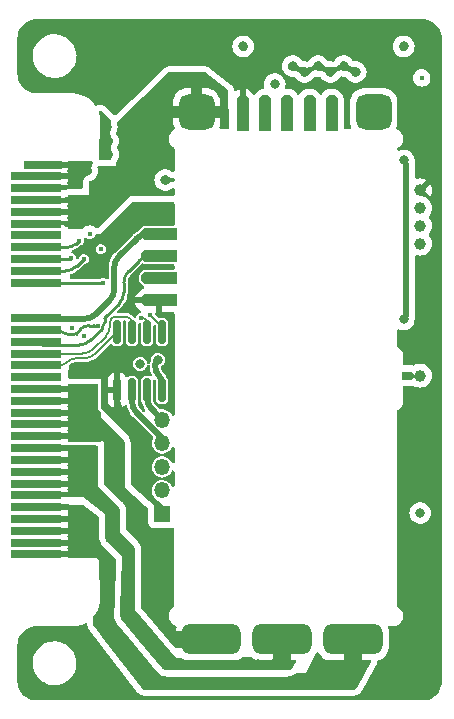
<source format=gbr>
%TF.GenerationSoftware,KiCad,Pcbnew,7.0.9*%
%TF.CreationDate,2024-04-13T12:05:23+02:00*%
%TF.ProjectId,MotorDriverCarrier-rounded,4d6f746f-7244-4726-9976-657243617272,rev?*%
%TF.SameCoordinates,Original*%
%TF.FileFunction,Copper,L4,Bot*%
%TF.FilePolarity,Positive*%
%FSLAX46Y46*%
G04 Gerber Fmt 4.6, Leading zero omitted, Abs format (unit mm)*
G04 Created by KiCad (PCBNEW 7.0.9) date 2024-04-13 12:05:23*
%MOMM*%
%LPD*%
G01*
G04 APERTURE LIST*
G04 Aperture macros list*
%AMRoundRect*
0 Rectangle with rounded corners*
0 $1 Rounding radius*
0 $2 $3 $4 $5 $6 $7 $8 $9 X,Y pos of 4 corners*
0 Add a 4 corners polygon primitive as box body*
4,1,4,$2,$3,$4,$5,$6,$7,$8,$9,$2,$3,0*
0 Add four circle primitives for the rounded corners*
1,1,$1+$1,$2,$3*
1,1,$1+$1,$4,$5*
1,1,$1+$1,$6,$7*
1,1,$1+$1,$8,$9*
0 Add four rect primitives between the rounded corners*
20,1,$1+$1,$2,$3,$4,$5,0*
20,1,$1+$1,$4,$5,$6,$7,0*
20,1,$1+$1,$6,$7,$8,$9,0*
20,1,$1+$1,$8,$9,$2,$3,0*%
%AMOutline5P*
0 Free polygon, 5 corners , with rotation*
0 The origin of the aperture is its center*
0 number of corners: always 5*
0 $1 to $10 corner X, Y*
0 $11 Rotation angle, in degrees counterclockwise*
0 create outline with 5 corners*
4,1,5,$1,$2,$3,$4,$5,$6,$7,$8,$9,$10,$1,$2,$11*%
%AMOutline6P*
0 Free polygon, 6 corners , with rotation*
0 The origin of the aperture is its center*
0 number of corners: always 6*
0 $1 to $12 corner X, Y*
0 $13 Rotation angle, in degrees counterclockwise*
0 create outline with 6 corners*
4,1,6,$1,$2,$3,$4,$5,$6,$7,$8,$9,$10,$11,$12,$1,$2,$13*%
%AMOutline7P*
0 Free polygon, 7 corners , with rotation*
0 The origin of the aperture is its center*
0 number of corners: always 7*
0 $1 to $14 corner X, Y*
0 $15 Rotation angle, in degrees counterclockwise*
0 create outline with 7 corners*
4,1,7,$1,$2,$3,$4,$5,$6,$7,$8,$9,$10,$11,$12,$13,$14,$1,$2,$15*%
%AMOutline8P*
0 Free polygon, 8 corners , with rotation*
0 The origin of the aperture is its center*
0 number of corners: always 8*
0 $1 to $16 corner X, Y*
0 $17 Rotation angle, in degrees counterclockwise*
0 create outline with 8 corners*
4,1,8,$1,$2,$3,$4,$5,$6,$7,$8,$9,$10,$11,$12,$13,$14,$15,$16,$1,$2,$17*%
G04 Aperture macros list end*
%TA.AperFunction,ComponentPad*%
%ADD10O,1.350000X1.350000*%
%TD*%
%TA.AperFunction,ComponentPad*%
%ADD11R,1.350000X1.350000*%
%TD*%
%TA.AperFunction,ComponentPad*%
%ADD12Outline6P,-0.500000X1.200000X-0.200000X1.500000X0.200000X1.500000X0.500000X1.200000X0.500000X-1.500000X-0.500000X-1.500000X0.000000*%
%TD*%
%TA.AperFunction,ComponentPad*%
%ADD13C,1.000000*%
%TD*%
%TA.AperFunction,SMDPad,CuDef*%
%ADD14Outline6P,-0.350000X0.290000X-0.140000X0.500000X0.140000X0.500000X0.350000X0.290000X0.350000X-0.500000X-0.350000X-0.500000X270.000000*%
%TD*%
%TA.AperFunction,ConnectorPad*%
%ADD15R,3.200000X0.700000*%
%TD*%
%TA.AperFunction,ConnectorPad*%
%ADD16R,4.300000X0.700000*%
%TD*%
%TA.AperFunction,ComponentPad*%
%ADD17RoundRect,0.625000X1.875000X0.625000X-1.875000X0.625000X-1.875000X-0.625000X1.875000X-0.625000X0*%
%TD*%
%TA.AperFunction,ComponentPad*%
%ADD18Outline6P,-0.500000X1.200000X-0.200000X1.500000X0.200000X1.500000X0.500000X1.200000X0.500000X-1.500000X-0.500000X-1.500000X90.000000*%
%TD*%
%TA.AperFunction,ComponentPad*%
%ADD19RoundRect,0.750000X0.750000X0.750000X-0.750000X0.750000X-0.750000X-0.750000X0.750000X-0.750000X0*%
%TD*%
%TA.AperFunction,SMDPad,CuDef*%
%ADD20RoundRect,0.150000X0.150000X-0.825000X0.150000X0.825000X-0.150000X0.825000X-0.150000X-0.825000X0*%
%TD*%
%TA.AperFunction,ViaPad*%
%ADD21C,0.800000*%
%TD*%
%TA.AperFunction,ViaPad*%
%ADD22C,0.450000*%
%TD*%
%TA.AperFunction,Conductor*%
%ADD23C,0.250000*%
%TD*%
%TA.AperFunction,Conductor*%
%ADD24C,0.254000*%
%TD*%
%TA.AperFunction,Conductor*%
%ADD25C,0.508000*%
%TD*%
%TA.AperFunction,Conductor*%
%ADD26C,0.200000*%
%TD*%
G04 APERTURE END LIST*
D10*
%TO.P,J2,5,Pin_5*%
%TO.N,A*%
X121158000Y-86075000D03*
%TO.P,J2,4,Pin_4*%
%TO.N,B*%
X121158000Y-88075000D03*
%TO.P,J2,3,Pin_3*%
%TO.N,Z*%
X121158000Y-90075000D03*
%TO.P,J2,2,Pin_2*%
%TO.N,+5V*%
X121158000Y-92075000D03*
D11*
%TO.P,J2,1,Pin_1*%
%TO.N,UART_GND*%
X121158000Y-94075000D03*
%TD*%
D12*
%TO.P,J13,1,Pin_1*%
%TO.N,UART_GND*%
X128004000Y-60093566D03*
%TO.P,J13,2,Pin_2*%
%TO.N,OK*%
X129879000Y-60093566D03*
%TO.P,J13,3,Pin_3*%
%TO.N,UART_RX*%
X131754000Y-60093566D03*
%TO.P,J13,4,Pin_4*%
%TO.N,UART_TX*%
X133629000Y-60093566D03*
%TO.P,J13,5,Pin_5*%
%TO.N,UART_VCC*%
X135504000Y-60093566D03*
%TD*%
D13*
%TO.P,J1,1,Pin_1*%
%TO.N,UART_GND*%
X142980000Y-66670683D03*
%TO.P,J1,2,Pin_2*%
%TO.N,+3.3V*%
X142980000Y-68170683D03*
%TO.P,J1,3,Pin_3*%
%TO.N,SWCLK*%
X142980000Y-69670683D03*
%TO.P,J1,4,Pin_4*%
%TO.N,SWDIO*%
X142980000Y-71170683D03*
%TO.P,J1,5,Pin_5*%
%TO.N,NRST*%
X142980000Y-82347317D03*
D14*
X141980000Y-82345683D03*
%TD*%
D15*
%TO.P,J15,A1,PGND*%
%TO.N,GNDPWR*%
X111040000Y-64487000D03*
D16*
%TO.P,J15,A2,PGND*%
X110490000Y-65487000D03*
%TO.P,J15,A3,PGND*%
X110490000Y-66487000D03*
%TO.P,J15,A4,VCC*%
%TO.N,+24V*%
X110490000Y-67487000D03*
%TO.P,J15,A5,VCC*%
X110490000Y-68487000D03*
%TO.P,J15,A6,VCC*%
X110490000Y-69487000D03*
%TO.P,J15,A7,A7*%
%TO.N,unconnected-(J15-PadA7)*%
X110490000Y-70487000D03*
%TO.P,J15,A8,UART_RX*%
%TO.N,UART_RX*%
X110490000Y-71487000D03*
%TO.P,J15,A9,NRST*%
%TO.N,NRST*%
X110490000Y-72487000D03*
%TO.P,J15,A10,SWDIO*%
%TO.N,SWDIO*%
X110490000Y-73487000D03*
%TO.P,J15,A11,HALL_A*%
%TO.N,HALL_A*%
X110490000Y-74487000D03*
%TO.P,J15,A12,+5V*%
%TO.N,+5V*%
X110490000Y-77487000D03*
%TO.P,J15,A13,CAN_H*%
%TO.N,CAN_H*%
X110490000Y-78487000D03*
%TO.P,J15,A14,CAN_H*%
X110490000Y-79487000D03*
%TO.P,J15,A15,ENC_B+*%
%TO.N,B+*%
X110490000Y-80487000D03*
%TO.P,J15,A16,ENC_B-*%
%TO.N,B-*%
X110490000Y-81487000D03*
%TO.P,J15,A17,A17*%
%TO.N,unconnected-(J15-PadA17)*%
X110490000Y-82487000D03*
%TO.P,J15,A18,PHASE_C*%
%TO.N,MOTOR_C*%
X110490000Y-83487000D03*
%TO.P,J15,A19,PHASE_C*%
X110490000Y-84487000D03*
%TO.P,J15,A20,PHASE_C*%
X110490000Y-85487000D03*
%TO.P,J15,A21,PHASE_C*%
X110490000Y-86487000D03*
%TO.P,J15,A22,PHASE_C*%
X110490000Y-87487000D03*
%TO.P,J15,A23,PHASE_B*%
%TO.N,MOTOR_B*%
X110490000Y-88487000D03*
%TO.P,J15,A24,PHASE_B*%
X110490000Y-89487000D03*
%TO.P,J15,A25,PHASE_B*%
X110490000Y-90487000D03*
%TO.P,J15,A26,PHASE_B*%
X110490000Y-91487000D03*
%TO.P,J15,A27,PHASE_B*%
X110490000Y-92487000D03*
%TO.P,J15,A28,PHASE_A*%
%TO.N,MOTOR_A*%
X110490000Y-93487000D03*
%TO.P,J15,A29,PHASE_A*%
X110490000Y-94487000D03*
%TO.P,J15,A30,PHASE_A*%
X110490000Y-95487000D03*
%TO.P,J15,A31,PHASE_A*%
X110490000Y-96487000D03*
%TO.P,J15,A32,PHASE_A*%
X110490000Y-97487000D03*
%TD*%
D17*
%TO.P,J10,1,Pin_1*%
%TO.N,MOTOR_A*%
X137312000Y-104690566D03*
%TO.P,J10,2,Pin_2*%
%TO.N,MOTOR_B*%
X131312000Y-104690566D03*
%TO.P,J10,3,Pin_3*%
%TO.N,MOTOR_C*%
X125312000Y-104690566D03*
%TD*%
D18*
%TO.P,J14,1,Pin_1*%
%TO.N,UART_GND*%
X120892000Y-75973000D03*
%TO.P,J14,2,Pin_2*%
%TO.N,CAN_L*%
X120892000Y-74098000D03*
%TO.P,J14,3,Pin_3*%
%TO.N,CAN_H*%
X120892000Y-72223000D03*
%TO.P,J14,4,Pin_4*%
%TO.N,+5V*%
X120892000Y-70348000D03*
%TD*%
D19*
%TO.P,J11,1,Pin_1*%
%TO.N,GNDPWR*%
X139067000Y-60015000D03*
%TO.P,J11,2,Pin_2*%
%TO.N,+24V*%
X124067000Y-60015000D03*
%TD*%
D20*
%TO.P,U1,1,VCC*%
%TO.N,+5V*%
X121146000Y-83588000D03*
%TO.P,U1,2,OUT*%
%TO.N,A*%
X119876000Y-83588000D03*
%TO.P,U1,3,OUT*%
%TO.N,B*%
X118606000Y-83588000D03*
%TO.P,U1,4,GND*%
%TO.N,UART_GND*%
X117336000Y-83588000D03*
%TO.P,U1,5,IN-*%
%TO.N,B-*%
X117336000Y-78638000D03*
%TO.P,U1,6,IN+*%
%TO.N,B+*%
X118606000Y-78638000D03*
%TO.P,U1,7,IN-*%
%TO.N,A-*%
X119876000Y-78638000D03*
%TO.P,U1,8,IN+*%
%TO.N,A+*%
X121146000Y-78638000D03*
%TD*%
D21*
%TO.N,+24V*%
X116967000Y-66040000D03*
X115697000Y-67691000D03*
X113792000Y-68707000D03*
D22*
X143129000Y-57150000D03*
D21*
X114300000Y-67691000D03*
X114935000Y-68834000D03*
X116967000Y-67564000D03*
%TO.N,GNDPWR*%
X128016000Y-54483000D03*
X116586000Y-63627000D03*
X114808000Y-65024000D03*
X133223000Y-56642000D03*
X113665000Y-64770000D03*
X135382000Y-56642000D03*
X113919000Y-66167000D03*
X134366000Y-56134000D03*
X136525000Y-56134000D03*
X132200516Y-56140484D03*
X137541000Y-56642000D03*
X141605000Y-54483000D03*
X116459000Y-61341000D03*
X116586000Y-62484000D03*
%TO.N,+5V*%
X120777000Y-81026000D03*
X130683000Y-57658000D03*
X141605000Y-77597000D03*
X141605000Y-64135000D03*
D22*
%TO.N,CAN_L*%
X113538000Y-78315500D03*
X114554000Y-78994000D03*
%TO.N,CAN_H*%
X115698166Y-78115656D03*
D21*
%TO.N,MOTOR_A*%
X114935000Y-97155000D03*
X114935000Y-94742000D03*
X134493000Y-106807000D03*
X114935000Y-95885000D03*
X136779000Y-107061000D03*
X113919000Y-94107000D03*
X113919000Y-95250000D03*
X137922000Y-107061000D03*
X135636000Y-107061000D03*
X113919000Y-96393000D03*
%TO.N,MOTOR_B*%
X113919000Y-92075000D03*
X114935000Y-91440000D03*
X113792000Y-89408000D03*
X113919000Y-90805000D03*
X131699000Y-106807000D03*
X114935000Y-88773000D03*
X130556000Y-106807000D03*
X128143000Y-106807000D03*
X129286000Y-106807000D03*
X114935000Y-89916000D03*
%TO.N,MOTOR_C*%
X120396000Y-102362000D03*
X113919000Y-86868000D03*
X113919000Y-85725000D03*
X115189000Y-86106000D03*
X120142000Y-101092000D03*
X113919000Y-84328000D03*
X115189000Y-84709000D03*
X115062000Y-83566000D03*
X121920000Y-104140000D03*
X121158000Y-103251000D03*
D22*
%TO.N,A-*%
X119380000Y-77486500D03*
%TO.N,A+*%
X120142000Y-77216000D03*
%TO.N,UART_GND*%
X115697000Y-73152000D03*
X114808000Y-57658000D03*
X113919000Y-82169000D03*
X143931000Y-91720000D03*
D21*
X116205000Y-52705000D03*
X117348000Y-81915000D03*
X116332000Y-108585000D03*
D22*
X118935500Y-86550500D03*
X143002000Y-72771000D03*
D21*
X121412000Y-65786000D03*
X143256000Y-108712000D03*
X142875000Y-55499000D03*
D22*
X124714000Y-54864000D03*
X118631604Y-68974604D03*
D21*
X120650000Y-68834000D03*
D22*
%TO.N,UART_TX*%
X115020167Y-70372444D03*
%TO.N,UART_RX*%
X114101944Y-70921944D03*
%TO.N,SWCLK*%
X115958556Y-71635556D03*
%TO.N,SWDIO*%
X114510500Y-72486500D03*
%TO.N,NRST*%
X113411000Y-72390000D03*
%TO.N,HALL_A*%
X116140000Y-74487000D03*
D21*
X119286060Y-81353878D03*
%TO.N,OK*%
X143002000Y-93980000D03*
%TD*%
D23*
%TO.N,NRST*%
X113245410Y-72487004D02*
G75*
G03*
X113362500Y-72438500I-10J165604D01*
G01*
D24*
X142979183Y-82346500D02*
G75*
G03*
X142977210Y-82345683I-1983J-2000D01*
G01*
D23*
%TO.N,SWDIO*%
X112946509Y-73487002D02*
G75*
G03*
X113908448Y-73088551I-9J1360402D01*
G01*
%TO.N,UART_RX*%
X113137333Y-71487026D02*
G75*
G03*
X113819416Y-71204472I-33J964626D01*
G01*
D25*
%TO.N,UART_GND*%
X117342004Y-83582004D02*
G75*
G03*
X117336000Y-83596485I14496J-14496D01*
G01*
X121157994Y-93900500D02*
G75*
G03*
X121034609Y-93602609I-421294J0D01*
G01*
X117335998Y-84387509D02*
G75*
G03*
X117734449Y-85349447I1360402J9D01*
G01*
X118998999Y-86658901D02*
G75*
G03*
X118967250Y-86582250I-108399J1D01*
G01*
X117341996Y-83581996D02*
G75*
G03*
X117348000Y-83567514I-14496J14496D01*
G01*
X118998998Y-91003509D02*
G75*
G03*
X119397449Y-91965447I1360402J9D01*
G01*
D26*
%TO.N,A+*%
X121145991Y-78429000D02*
G75*
G03*
X120998214Y-78072214I-504591J0D01*
G01*
%TO.N,A-*%
X119876019Y-77871452D02*
G75*
G03*
X119763250Y-77599250I-385019J-48D01*
G01*
X119746156Y-77582116D02*
G75*
G03*
X119515250Y-77486500I-230856J-230884D01*
G01*
%TO.N,B+*%
X118456009Y-77512990D02*
G75*
G03*
X118093866Y-77363000I-362109J-362110D01*
G01*
X116865722Y-77492722D02*
G75*
G03*
X116736000Y-77805905I313178J-313178D01*
G01*
X118605986Y-77875133D02*
G75*
G03*
X118455999Y-77513000I-512086J33D01*
G01*
X117178905Y-77363003D02*
G75*
G03*
X116865725Y-77492725I-5J-442897D01*
G01*
X116364826Y-79043507D02*
G75*
G03*
X116736000Y-78147381I-896126J896107D01*
G01*
X114357823Y-80487011D02*
G75*
G03*
X115319761Y-80088550I-23J1360411D01*
G01*
%TO.N,B-*%
X114511509Y-80899002D02*
G75*
G03*
X115473448Y-80500551I-9J1360402D01*
G01*
X112407221Y-81487008D02*
G75*
G03*
X113116999Y-81192999I-21J1003808D01*
G01*
X113826778Y-80898992D02*
G75*
G03*
X113117001Y-81193001I22J-1003808D01*
G01*
D25*
%TO.N,B*%
X121157979Y-87873324D02*
G75*
G03*
X121015392Y-87529042I-486879J24D01*
G01*
X118606035Y-84556157D02*
G75*
G03*
X119004449Y-85518095I1360365J-43D01*
G01*
%TO.N,A*%
X119875998Y-84229509D02*
G75*
G03*
X120274449Y-85191447I1360402J9D01*
G01*
D24*
%TO.N,CAN_H*%
X114117509Y-79756002D02*
G75*
G03*
X115079448Y-79357551I-9J1360402D01*
G01*
X114949487Y-78121980D02*
G75*
G03*
X114202899Y-78431247I13J-1055820D01*
G01*
D23*
X120161290Y-72222997D02*
G75*
G03*
X119199351Y-72621448I10J-1360403D01*
G01*
D24*
X115397657Y-78115631D02*
G75*
G03*
X115390000Y-78118828I43J-10869D01*
G01*
X113654424Y-78867027D02*
G75*
G03*
X113846854Y-78787292I-24J272127D01*
G01*
D23*
X117508346Y-76249051D02*
G75*
G03*
X117906800Y-75287117I-961946J961951D01*
G01*
X116409889Y-77346099D02*
G75*
G03*
X116412304Y-77345103I11J3399D01*
G01*
D24*
X112713000Y-78677000D02*
G75*
G03*
X113171700Y-78867000I458700J458700D01*
G01*
X116067742Y-78369287D02*
G75*
G03*
X116309000Y-77786789I-582542J582487D01*
G01*
X115382342Y-78122038D02*
G75*
G03*
X115390000Y-78118828I-42J10838D01*
G01*
X110624497Y-79621503D02*
G75*
G03*
X110949211Y-79756000I324703J324703D01*
G01*
D23*
X116409889Y-77346090D02*
G75*
G03*
X116407473Y-77347104I11J-3410D01*
G01*
X116358731Y-77395835D02*
G75*
G03*
X116309000Y-77515916I120069J-120065D01*
G01*
D24*
X112713000Y-78677000D02*
G75*
G03*
X112254299Y-78487000I-458700J-458700D01*
G01*
D23*
X118305250Y-73515553D02*
G75*
G03*
X117906800Y-74477490I961950J-961947D01*
G01*
D25*
%TO.N,+5V*%
X121146016Y-83016759D02*
G75*
G03*
X120860499Y-82327500I-974816J-41D01*
G01*
X120574982Y-81638241D02*
G75*
G03*
X120860499Y-82327500I974818J41D01*
G01*
X120675988Y-81126989D02*
G75*
G03*
X120574999Y-81370837I243812J-243811D01*
G01*
X117492450Y-72247553D02*
G75*
G03*
X117094000Y-73209490I961950J-961947D01*
G01*
X119955490Y-70347997D02*
G75*
G03*
X118993551Y-70746448I10J-1360403D01*
G01*
X141809722Y-64484531D02*
G75*
G03*
X141707374Y-64237376I-349522J31D01*
G01*
X116695565Y-75991632D02*
G75*
G03*
X117094000Y-75029679I-961965J961932D01*
G01*
X141707395Y-77494644D02*
G75*
G03*
X141809751Y-77247468I-247195J247144D01*
G01*
X114582679Y-77540980D02*
G75*
G03*
X115544617Y-77142550I21J1360380D01*
G01*
X117094000Y-73209490D02*
X117094000Y-75029679D01*
X141809751Y-64484531D02*
X141809751Y-77247468D01*
X141605000Y-64135000D02*
X141707375Y-64237375D01*
X119955490Y-70348000D02*
X120892000Y-70348000D01*
X120675999Y-81127000D02*
X120777000Y-81026000D01*
X120574999Y-81638241D02*
X120574999Y-81370837D01*
X116695551Y-75991618D02*
X115544618Y-77142551D01*
X121146000Y-83016759D02*
X121146000Y-83588000D01*
X141605000Y-77597000D02*
X141707375Y-77494624D01*
X114582679Y-77541000D02*
X110490000Y-77541000D01*
X117492448Y-72247551D02*
X118993551Y-70746448D01*
D24*
%TO.N,CAN_L*%
X119656578Y-74098000D02*
X120892000Y-74098000D01*
%TO.N,CAN_H*%
X115397657Y-78115656D02*
X115698166Y-78115656D01*
X114949487Y-78122000D02*
X115382342Y-78122000D01*
D23*
X116407473Y-77347104D02*
X116358737Y-77395841D01*
D24*
X114117509Y-79756000D02*
X110949211Y-79756000D01*
X116309000Y-77786789D02*
X116309000Y-77515916D01*
X113654424Y-78867000D02*
X113171700Y-78867000D01*
D23*
X119199351Y-72621448D02*
X118305248Y-73515551D01*
X117508351Y-76249056D02*
X116412304Y-77345103D01*
D24*
X114202898Y-78431246D02*
X113846854Y-78787292D01*
X115079448Y-79357551D02*
X116067727Y-78369272D01*
D23*
X117906800Y-75287117D02*
X117906800Y-74477490D01*
D24*
X110624500Y-79621500D02*
X110490000Y-79487000D01*
X112254299Y-78487000D02*
X110490000Y-78487000D01*
D23*
X120161290Y-72223000D02*
X120892000Y-72223000D01*
D25*
%TO.N,A*%
X120274448Y-85191448D02*
X121158000Y-86075000D01*
X119876000Y-84229509D02*
X119876000Y-83588000D01*
%TO.N,B*%
X121015393Y-87529041D02*
X119004448Y-85518096D01*
X118606000Y-84556157D02*
X118606000Y-83588000D01*
X121158000Y-87873324D02*
X121158000Y-88075000D01*
D26*
%TO.N,B-*%
X112407221Y-81487000D02*
X110490000Y-81487000D01*
X115473448Y-80500551D02*
X117336000Y-78638000D01*
X114511509Y-80899000D02*
X113826778Y-80899000D01*
%TO.N,B+*%
X118093866Y-77363000D02*
X117178905Y-77363000D01*
X118606000Y-77875133D02*
X118606000Y-78638000D01*
X114357823Y-80487000D02*
X110490000Y-80487000D01*
X116364816Y-79043497D02*
X115319762Y-80088551D01*
X116736000Y-77805905D02*
X116736000Y-78147381D01*
%TO.N,A-*%
X119763250Y-77599250D02*
X119746136Y-77582136D01*
X119876000Y-77871452D02*
X119876000Y-78638000D01*
X119380000Y-77486500D02*
X119515250Y-77486500D01*
%TO.N,A+*%
X120142000Y-77216000D02*
X120998214Y-78072214D01*
X121146000Y-78429000D02*
X121146000Y-78638000D01*
D25*
%TO.N,UART_GND*%
X117336000Y-83596485D02*
X117336000Y-84387509D01*
X121034609Y-93602609D02*
X119397448Y-91965448D01*
X117348000Y-81915000D02*
X117348000Y-83567514D01*
X118999000Y-86658901D02*
X118999000Y-91003509D01*
X121158000Y-93900500D02*
X121158000Y-94075000D01*
X118935500Y-86550500D02*
X117734448Y-85349448D01*
X118935500Y-86550500D02*
X118967250Y-86582250D01*
D23*
X142780000Y-66870683D02*
X142980000Y-66670683D01*
%TO.N,UART_RX*%
X113819416Y-71204472D02*
X114101944Y-70921944D01*
X113137333Y-71487000D02*
X110490000Y-71487000D01*
%TO.N,+3.3V*%
X142930000Y-68220683D02*
X142980000Y-68170683D01*
%TO.N,SWCLK*%
X142880000Y-69570683D02*
X142980000Y-69670683D01*
%TO.N,SWDIO*%
X112946509Y-73487000D02*
X110490000Y-73487000D01*
X114510500Y-72486500D02*
X113908448Y-73088551D01*
X142730000Y-70920683D02*
X142980000Y-71170683D01*
D24*
%TO.N,NRST*%
X142979183Y-82346500D02*
X142980000Y-82347317D01*
D23*
X113245410Y-72487000D02*
X110490000Y-72487000D01*
D24*
X142977210Y-82345683D02*
X141980000Y-82345683D01*
D23*
X113362500Y-72438500D02*
X113411000Y-72390000D01*
D24*
%TO.N,HALL_A*%
X116140000Y-74487000D02*
X110490000Y-74487000D01*
%TD*%
%TA.AperFunction,Conductor*%
%TO.N,UART_GND*%
G36*
X143202244Y-52150661D02*
G01*
X143284509Y-52156544D01*
X143425767Y-52166647D01*
X143443540Y-52169202D01*
X143655913Y-52215400D01*
X143673159Y-52220464D01*
X143876788Y-52296414D01*
X143893135Y-52303880D01*
X144022413Y-52374471D01*
X144083879Y-52408034D01*
X144099003Y-52417754D01*
X144272981Y-52547992D01*
X144286567Y-52559765D01*
X144440234Y-52713432D01*
X144452007Y-52727018D01*
X144582245Y-52900996D01*
X144591965Y-52916120D01*
X144696118Y-53106862D01*
X144703586Y-53123214D01*
X144779534Y-53326838D01*
X144784599Y-53344088D01*
X144830795Y-53556449D01*
X144833353Y-53574243D01*
X144849339Y-53797755D01*
X144849500Y-53802251D01*
X144849500Y-108197748D01*
X144849339Y-108202244D01*
X144833353Y-108425756D01*
X144830795Y-108443550D01*
X144784599Y-108655911D01*
X144779534Y-108673161D01*
X144703586Y-108876785D01*
X144696118Y-108893137D01*
X144591965Y-109083879D01*
X144582245Y-109099003D01*
X144452007Y-109272981D01*
X144440234Y-109286567D01*
X144286567Y-109440234D01*
X144272981Y-109452007D01*
X144099003Y-109582245D01*
X144083879Y-109591965D01*
X143893137Y-109696118D01*
X143876785Y-109703586D01*
X143673161Y-109779534D01*
X143655911Y-109784599D01*
X143443550Y-109830795D01*
X143425756Y-109833353D01*
X143202244Y-109849339D01*
X143197748Y-109849500D01*
X110552252Y-109849500D01*
X110547756Y-109849339D01*
X110324243Y-109833353D01*
X110306449Y-109830795D01*
X110094088Y-109784599D01*
X110076838Y-109779534D01*
X109873214Y-109703586D01*
X109856862Y-109696118D01*
X109666120Y-109591965D01*
X109650996Y-109582245D01*
X109477018Y-109452007D01*
X109463432Y-109440234D01*
X109309765Y-109286567D01*
X109297992Y-109272981D01*
X109289245Y-109261297D01*
X109167754Y-109099003D01*
X109158034Y-109083879D01*
X109124471Y-109022413D01*
X109053880Y-108893135D01*
X109046413Y-108876785D01*
X108970465Y-108673161D01*
X108965400Y-108655911D01*
X108958559Y-108624464D01*
X108919202Y-108443540D01*
X108916647Y-108425767D01*
X108903985Y-108248724D01*
X108900661Y-108202244D01*
X108900500Y-108197748D01*
X108900500Y-106769048D01*
X110186091Y-106769048D01*
X110215715Y-107038297D01*
X110284231Y-107300373D01*
X110390172Y-107549672D01*
X110390173Y-107549673D01*
X110531285Y-107780893D01*
X110704558Y-107989103D01*
X110906301Y-108169865D01*
X111132213Y-108319327D01*
X111377479Y-108434303D01*
X111636872Y-108512343D01*
X111636875Y-108512343D01*
X111636877Y-108512344D01*
X111904860Y-108551783D01*
X111904864Y-108551783D01*
X112107936Y-108551783D01*
X112142666Y-108549240D01*
X112310459Y-108536960D01*
X112310463Y-108536959D01*
X112310464Y-108536959D01*
X112420968Y-108512343D01*
X112574856Y-108478063D01*
X112827861Y-108381297D01*
X113064080Y-108248724D01*
X113278480Y-108083171D01*
X113466489Y-107888164D01*
X113624102Y-107667862D01*
X113747959Y-107426958D01*
X113835421Y-107170588D01*
X113860021Y-107037402D01*
X113884621Y-106904224D01*
X113884622Y-106904213D01*
X113885269Y-106886519D01*
X113894515Y-106633518D01*
X113876528Y-106470044D01*
X113864890Y-106364268D01*
X113796374Y-106102192D01*
X113690433Y-105852893D01*
X113549321Y-105621673D01*
X113376048Y-105413463D01*
X113376044Y-105413460D01*
X113376043Y-105413458D01*
X113174315Y-105232710D01*
X113174305Y-105232701D01*
X112948393Y-105083239D01*
X112703127Y-104968263D01*
X112545695Y-104920898D01*
X112443728Y-104890221D01*
X112175745Y-104850783D01*
X112175742Y-104850783D01*
X111972672Y-104850783D01*
X111972670Y-104850783D01*
X111770142Y-104865606D01*
X111770141Y-104865606D01*
X111505759Y-104924500D01*
X111505744Y-104924505D01*
X111252744Y-105021269D01*
X111016532Y-105153838D01*
X111016528Y-105153840D01*
X110802121Y-105319399D01*
X110614118Y-105514400D01*
X110614113Y-105514406D01*
X110456506Y-105734700D01*
X110456499Y-105734710D01*
X110332646Y-105975607D01*
X110332645Y-105975610D01*
X110245186Y-106231972D01*
X110245183Y-106231985D01*
X110195984Y-106498341D01*
X110195983Y-106498352D01*
X110186091Y-106769048D01*
X108900500Y-106769048D01*
X108900500Y-105202251D01*
X108900661Y-105197755D01*
X108913283Y-105021269D01*
X108916647Y-104974230D01*
X108919202Y-104956461D01*
X108965401Y-104744082D01*
X108970465Y-104726838D01*
X109046416Y-104523206D01*
X109053877Y-104506870D01*
X109158037Y-104316115D01*
X109167750Y-104301001D01*
X109297998Y-104127010D01*
X109309758Y-104113439D01*
X109463439Y-103959758D01*
X109477010Y-103947998D01*
X109651001Y-103817750D01*
X109666115Y-103808037D01*
X109856870Y-103703877D01*
X109873206Y-103696416D01*
X110076843Y-103620463D01*
X110094082Y-103615401D01*
X110306461Y-103569202D01*
X110324232Y-103566647D01*
X110465490Y-103556544D01*
X110547756Y-103550661D01*
X110552252Y-103550500D01*
X113692175Y-103550500D01*
X113692179Y-103550500D01*
X113974464Y-103516224D01*
X114250559Y-103448173D01*
X114516438Y-103347338D01*
X114625134Y-103290289D01*
X114694747Y-103276343D01*
X114760849Y-103302246D01*
X114802454Y-103359775D01*
X114808940Y-103388138D01*
X114819801Y-103487296D01*
X114824366Y-103514946D01*
X114836365Y-103569060D01*
X114836365Y-103569061D01*
X114843914Y-103596053D01*
X114843914Y-103596052D01*
X114843915Y-103596057D01*
X114843916Y-103596058D01*
X114884250Y-103714866D01*
X114886053Y-103720175D01*
X114886054Y-103720177D01*
X114896493Y-103746177D01*
X114905591Y-103765685D01*
X114919932Y-103796432D01*
X114919936Y-103796439D01*
X114919935Y-103796439D01*
X114933137Y-103821135D01*
X114933138Y-103821136D01*
X115002879Y-103936053D01*
X115010469Y-103947824D01*
X115022252Y-103965046D01*
X115030473Y-103976388D01*
X118921793Y-109046893D01*
X118931078Y-109058301D01*
X118945384Y-109074882D01*
X118955298Y-109085731D01*
X119053422Y-109187108D01*
X119053423Y-109187109D01*
X119075053Y-109207036D01*
X119075054Y-109207036D01*
X119075056Y-109207038D01*
X119120058Y-109243967D01*
X119120065Y-109243972D01*
X119120066Y-109243973D01*
X119143831Y-109261297D01*
X119259432Y-109335823D01*
X119259431Y-109335823D01*
X119259443Y-109335829D01*
X119259448Y-109335833D01*
X119285041Y-109350330D01*
X119285053Y-109350336D01*
X119285052Y-109350336D01*
X119337250Y-109376075D01*
X119337249Y-109376074D01*
X119349128Y-109381107D01*
X119364323Y-109387547D01*
X119493842Y-109433887D01*
X119493845Y-109433888D01*
X119493844Y-109433888D01*
X119513554Y-109439690D01*
X119522065Y-109442196D01*
X119572560Y-109453967D01*
X119578764Y-109455413D01*
X119578762Y-109455412D01*
X119607727Y-109460438D01*
X119607732Y-109460438D01*
X119607733Y-109460439D01*
X119747888Y-109476563D01*
X119762546Y-109477825D01*
X119773490Y-109478452D01*
X119784434Y-109479079D01*
X119791781Y-109479289D01*
X119799127Y-109479500D01*
X119799128Y-109479500D01*
X137193291Y-109479500D01*
X137193292Y-109479500D01*
X137210316Y-109478935D01*
X137235649Y-109477252D01*
X137252592Y-109475561D01*
X137414424Y-109453966D01*
X137447823Y-109447232D01*
X137447825Y-109447231D01*
X137447832Y-109447230D01*
X137496939Y-109433887D01*
X137512864Y-109429560D01*
X137545076Y-109418467D01*
X137545075Y-109418467D01*
X137545079Y-109418466D01*
X137545078Y-109418467D01*
X137691798Y-109356789D01*
X137722265Y-109341531D01*
X137722264Y-109341532D01*
X137744796Y-109328310D01*
X137780398Y-109307422D01*
X137808574Y-109288273D01*
X137933988Y-109190284D01*
X137933988Y-109190283D01*
X137933990Y-109190282D01*
X137959387Y-109167573D01*
X138006545Y-109119413D01*
X138028719Y-109093541D01*
X138028718Y-109093541D01*
X138028725Y-109093534D01*
X138028725Y-109093533D01*
X138126507Y-108962812D01*
X138136242Y-108948856D01*
X138140600Y-108942144D01*
X138150071Y-108927561D01*
X138158873Y-108912969D01*
X138179094Y-108876785D01*
X138421196Y-108443550D01*
X139291297Y-106886529D01*
X139329462Y-106800582D01*
X139344189Y-106757048D01*
X139366041Y-106665576D01*
X139366041Y-106538165D01*
X139386043Y-106470044D01*
X139439699Y-106423551D01*
X139465256Y-106415044D01*
X139533705Y-106400155D01*
X139732700Y-106314940D01*
X139911971Y-106193606D01*
X140065040Y-106040537D01*
X140186374Y-105861266D01*
X140271589Y-105662271D01*
X140317603Y-105450746D01*
X140320500Y-105402116D01*
X140320500Y-103979016D01*
X140317603Y-103930386D01*
X140271589Y-103718861D01*
X140271588Y-103718858D01*
X140270312Y-103714866D01*
X140268622Y-103643890D01*
X140305573Y-103583267D01*
X140369433Y-103552245D01*
X140390329Y-103550500D01*
X140644486Y-103550500D01*
X140700000Y-103550500D01*
X140785935Y-103550556D01*
X140954331Y-103516177D01*
X141112448Y-103448810D01*
X141253894Y-103351177D01*
X141372952Y-103227224D01*
X141464811Y-103081962D01*
X141525756Y-102921261D01*
X141553326Y-102751617D01*
X141546406Y-102579886D01*
X141505275Y-102413011D01*
X141431595Y-102257735D01*
X141328346Y-102120335D01*
X141199700Y-102006364D01*
X141166958Y-101987489D01*
X141134868Y-101968989D01*
X141116803Y-101956348D01*
X141102503Y-101944348D01*
X141074383Y-101910836D01*
X141070621Y-101904321D01*
X141055652Y-101863201D01*
X141052416Y-101844855D01*
X141050500Y-101822968D01*
X141050500Y-93980000D01*
X142088496Y-93980000D01*
X142108457Y-94169927D01*
X142118277Y-94200148D01*
X142167473Y-94351556D01*
X142167476Y-94351561D01*
X142262958Y-94516941D01*
X142262965Y-94516951D01*
X142390744Y-94658864D01*
X142390747Y-94658866D01*
X142545248Y-94771118D01*
X142719712Y-94848794D01*
X142906513Y-94888500D01*
X143097487Y-94888500D01*
X143284288Y-94848794D01*
X143458752Y-94771118D01*
X143613253Y-94658866D01*
X143741040Y-94516944D01*
X143836527Y-94351556D01*
X143895542Y-94169928D01*
X143915504Y-93980000D01*
X143895542Y-93790072D01*
X143836527Y-93608444D01*
X143741040Y-93443056D01*
X143741038Y-93443054D01*
X143741034Y-93443048D01*
X143613255Y-93301135D01*
X143458752Y-93188882D01*
X143284288Y-93111206D01*
X143097487Y-93071500D01*
X142906513Y-93071500D01*
X142719711Y-93111206D01*
X142545247Y-93188882D01*
X142390744Y-93301135D01*
X142262965Y-93443048D01*
X142262958Y-93443058D01*
X142167476Y-93608438D01*
X142167473Y-93608445D01*
X142108457Y-93790072D01*
X142088496Y-93980000D01*
X141050500Y-93980000D01*
X141050500Y-85359714D01*
X141070502Y-85291593D01*
X141106498Y-85254949D01*
X141108363Y-85253703D01*
X141247662Y-85160626D01*
X141366126Y-85042162D01*
X141459203Y-84902863D01*
X141523316Y-84748082D01*
X141556000Y-84583767D01*
X141556000Y-84500000D01*
X141556000Y-84444486D01*
X141556000Y-83330183D01*
X141576002Y-83262062D01*
X141629658Y-83215569D01*
X141681999Y-83204183D01*
X142311631Y-83204184D01*
X142378808Y-83195745D01*
X142448890Y-83207101D01*
X142453897Y-83209636D01*
X142592196Y-83283558D01*
X142782299Y-83341225D01*
X142782303Y-83341225D01*
X142782305Y-83341226D01*
X142979997Y-83360697D01*
X142980000Y-83360697D01*
X142980003Y-83360697D01*
X143177694Y-83341226D01*
X143177695Y-83341225D01*
X143177701Y-83341225D01*
X143367804Y-83283558D01*
X143543004Y-83189912D01*
X143696568Y-83063885D01*
X143822595Y-82910321D01*
X143916241Y-82735121D01*
X143973908Y-82545018D01*
X143992506Y-82356196D01*
X143993380Y-82347320D01*
X143993380Y-82347313D01*
X143973909Y-82149622D01*
X143973908Y-82149620D01*
X143973908Y-82149616D01*
X143916241Y-81959513D01*
X143822595Y-81784313D01*
X143696568Y-81630749D01*
X143543004Y-81504722D01*
X143367804Y-81411076D01*
X143177701Y-81353409D01*
X143177700Y-81353408D01*
X143177694Y-81353407D01*
X142980003Y-81333937D01*
X142979997Y-81333937D01*
X142782305Y-81353407D01*
X142592195Y-81411076D01*
X142458856Y-81482347D01*
X142389350Y-81496819D01*
X142383771Y-81496244D01*
X142311630Y-81487183D01*
X142311626Y-81487183D01*
X141682000Y-81487183D01*
X141613879Y-81467181D01*
X141567386Y-81413525D01*
X141556000Y-81361183D01*
X141556000Y-80616234D01*
X141555999Y-80616230D01*
X141554719Y-80609795D01*
X141523316Y-80451918D01*
X141459203Y-80297137D01*
X141366126Y-80157838D01*
X141366121Y-80157832D01*
X141247667Y-80039378D01*
X141247663Y-80039375D01*
X141247662Y-80039374D01*
X141169962Y-79987456D01*
X141106498Y-79945050D01*
X141060970Y-79890573D01*
X141050500Y-79840285D01*
X141050500Y-78538620D01*
X141070502Y-78470499D01*
X141124158Y-78424006D01*
X141194432Y-78413902D01*
X141227749Y-78423514D01*
X141322707Y-78465793D01*
X141322712Y-78465794D01*
X141509513Y-78505500D01*
X141700487Y-78505500D01*
X141887288Y-78465794D01*
X142061752Y-78388118D01*
X142216253Y-78275866D01*
X142344040Y-78133944D01*
X142439527Y-77968556D01*
X142498542Y-77786928D01*
X142518357Y-77598396D01*
X142523825Y-77572662D01*
X142544894Y-77507803D01*
X142571108Y-77342183D01*
X142572026Y-77337537D01*
X142572251Y-77336591D01*
X142572251Y-77336584D01*
X142572258Y-77336523D01*
X142572257Y-77334924D01*
X142572259Y-77334917D01*
X142572251Y-77247398D01*
X142572251Y-77245287D01*
X142572251Y-72270764D01*
X142592253Y-72202643D01*
X142645909Y-72156150D01*
X142716183Y-72146046D01*
X142734817Y-72150187D01*
X142782299Y-72164591D01*
X142782301Y-72164591D01*
X142782304Y-72164592D01*
X142979997Y-72184063D01*
X142980000Y-72184063D01*
X142980003Y-72184063D01*
X143177694Y-72164592D01*
X143177695Y-72164591D01*
X143177701Y-72164591D01*
X143367804Y-72106924D01*
X143543004Y-72013278D01*
X143696568Y-71887251D01*
X143822595Y-71733687D01*
X143916241Y-71558487D01*
X143973908Y-71368384D01*
X143979138Y-71315289D01*
X143993380Y-71170686D01*
X143993380Y-71170679D01*
X143973909Y-70972988D01*
X143973908Y-70972986D01*
X143973908Y-70972982D01*
X143916241Y-70782879D01*
X143822595Y-70607679D01*
X143734730Y-70500616D01*
X143706977Y-70435270D01*
X143718959Y-70365291D01*
X143734731Y-70340749D01*
X143822595Y-70233687D01*
X143916241Y-70058487D01*
X143973908Y-69868384D01*
X143975970Y-69847456D01*
X143993380Y-69670686D01*
X143993380Y-69670679D01*
X143973909Y-69472988D01*
X143973908Y-69472986D01*
X143973908Y-69472982D01*
X143916241Y-69282879D01*
X143822595Y-69107679D01*
X143734730Y-69000616D01*
X143706977Y-68935270D01*
X143718959Y-68865291D01*
X143734731Y-68840749D01*
X143822595Y-68733687D01*
X143916241Y-68558487D01*
X143973908Y-68368384D01*
X143993380Y-68170683D01*
X143973908Y-67972982D01*
X143916241Y-67782879D01*
X143822595Y-67607679D01*
X143696568Y-67454115D01*
X143543004Y-67328088D01*
X143387748Y-67245102D01*
X143367805Y-67234442D01*
X143304436Y-67215219D01*
X143177701Y-67176775D01*
X143171315Y-67176146D01*
X143166189Y-67175641D01*
X143100358Y-67149055D01*
X143089450Y-67139343D01*
X142803587Y-66853480D01*
X142882455Y-66906178D01*
X142955376Y-66920683D01*
X143004624Y-66920683D01*
X143077545Y-66906178D01*
X143160240Y-66850923D01*
X143215495Y-66768228D01*
X143234898Y-66670684D01*
X143339210Y-66670684D01*
X143849956Y-67181430D01*
X143915775Y-67058295D01*
X143915776Y-67058291D01*
X143973414Y-66868289D01*
X143973416Y-66868278D01*
X143992877Y-66670686D01*
X143992877Y-66670679D01*
X143973416Y-66473087D01*
X143973414Y-66473076D01*
X143915776Y-66283074D01*
X143849956Y-66159935D01*
X143339210Y-66670682D01*
X143339210Y-66670684D01*
X143234898Y-66670684D01*
X143234898Y-66670683D01*
X143215495Y-66573138D01*
X143160240Y-66490443D01*
X143077545Y-66435188D01*
X143004624Y-66420683D01*
X142955376Y-66420683D01*
X142882455Y-66435188D01*
X142803586Y-66487885D01*
X143490747Y-65800725D01*
X143367608Y-65734906D01*
X143177606Y-65677268D01*
X143177595Y-65677266D01*
X142980003Y-65657806D01*
X142979997Y-65657806D01*
X142782404Y-65677266D01*
X142782396Y-65677268D01*
X142734825Y-65691698D01*
X142663831Y-65692331D01*
X142603765Y-65654481D01*
X142573698Y-65590165D01*
X142572251Y-65571123D01*
X142572251Y-64438729D01*
X142572226Y-64437878D01*
X142572230Y-64397082D01*
X142544865Y-64224201D01*
X142523840Y-64159472D01*
X142518371Y-64133736D01*
X142498542Y-63945072D01*
X142439527Y-63763444D01*
X142344040Y-63598056D01*
X142344038Y-63598054D01*
X142344034Y-63598048D01*
X142216255Y-63456135D01*
X142061752Y-63343882D01*
X141887288Y-63266206D01*
X141700487Y-63226500D01*
X141509513Y-63226500D01*
X141322709Y-63266206D01*
X141227749Y-63308485D01*
X141157382Y-63317919D01*
X141093085Y-63287812D01*
X141055272Y-63227723D01*
X141050501Y-63193386D01*
X141050500Y-63177026D01*
X141052413Y-63155156D01*
X141055653Y-63136777D01*
X141070624Y-63095653D01*
X141074352Y-63089196D01*
X141102483Y-63055678D01*
X141116874Y-63043604D01*
X141134920Y-63030979D01*
X141199700Y-62993636D01*
X141328346Y-62879665D01*
X141431595Y-62742265D01*
X141505275Y-62586989D01*
X141546406Y-62420114D01*
X141553326Y-62248383D01*
X141525756Y-62078739D01*
X141464811Y-61918038D01*
X141372952Y-61772776D01*
X141253894Y-61648823D01*
X141169026Y-61590243D01*
X141112446Y-61551188D01*
X141112443Y-61551187D01*
X141004652Y-61505262D01*
X140949823Y-61460160D01*
X140928081Y-61392574D01*
X140939320Y-61337237D01*
X140969228Y-61271392D01*
X141009679Y-61182336D01*
X141065030Y-60962669D01*
X141075500Y-60829636D01*
X141075500Y-59200364D01*
X141065030Y-59067331D01*
X141009679Y-58847664D01*
X140915994Y-58641409D01*
X140915993Y-58641408D01*
X140915990Y-58641402D01*
X140786988Y-58455200D01*
X140786984Y-58455195D01*
X140626804Y-58295015D01*
X140626799Y-58295011D01*
X140440597Y-58166009D01*
X140440588Y-58166004D01*
X140234341Y-58072323D01*
X140234338Y-58072322D01*
X140234336Y-58072321D01*
X140014669Y-58016970D01*
X139913049Y-58008972D01*
X139881639Y-58006500D01*
X139881636Y-58006500D01*
X138252364Y-58006500D01*
X138252361Y-58006500D01*
X138218267Y-58009183D01*
X138119331Y-58016970D01*
X138119327Y-58016970D01*
X138119327Y-58016971D01*
X137899667Y-58072320D01*
X137899658Y-58072323D01*
X137693411Y-58166004D01*
X137693402Y-58166009D01*
X137507200Y-58295011D01*
X137507195Y-58295015D01*
X137347015Y-58455195D01*
X137347011Y-58455200D01*
X137218009Y-58641402D01*
X137218004Y-58641411D01*
X137124323Y-58847658D01*
X137124320Y-58847667D01*
X137123243Y-58851941D01*
X137068970Y-59067331D01*
X137058500Y-59200364D01*
X137058500Y-60829636D01*
X137068970Y-60962669D01*
X137068971Y-60962672D01*
X137124320Y-61182332D01*
X137124323Y-61182341D01*
X137164772Y-61271392D01*
X137174733Y-61341686D01*
X137145108Y-61406207D01*
X137085303Y-61444468D01*
X137050052Y-61449500D01*
X136638500Y-61449500D01*
X136570379Y-61429498D01*
X136523886Y-61375842D01*
X136512500Y-61323500D01*
X136512500Y-60191111D01*
X136512501Y-58851941D01*
X136501771Y-58766518D01*
X136445814Y-58631426D01*
X136392997Y-58563435D01*
X136034126Y-58204564D01*
X136034116Y-58204556D01*
X135966139Y-58151750D01*
X135831048Y-58095795D01*
X135745630Y-58085066D01*
X135745625Y-58085065D01*
X135745623Y-58085065D01*
X135262379Y-58085065D01*
X135262378Y-58085065D01*
X135262375Y-58085065D01*
X135194036Y-58093649D01*
X135176951Y-58095795D01*
X135041859Y-58151752D01*
X134973874Y-58204564D01*
X134655595Y-58522843D01*
X134593283Y-58556868D01*
X134522467Y-58551803D01*
X134477405Y-58522842D01*
X134159135Y-58204572D01*
X134159128Y-58204566D01*
X134159126Y-58204564D01*
X134159116Y-58204556D01*
X134091139Y-58151750D01*
X133956048Y-58095795D01*
X133870630Y-58085066D01*
X133870625Y-58085065D01*
X133870623Y-58085065D01*
X133387379Y-58085065D01*
X133387378Y-58085065D01*
X133387375Y-58085065D01*
X133319036Y-58093649D01*
X133301951Y-58095795D01*
X133166859Y-58151752D01*
X133098874Y-58204564D01*
X132780595Y-58522843D01*
X132718283Y-58556868D01*
X132647467Y-58551803D01*
X132602405Y-58522842D01*
X132284135Y-58204572D01*
X132284128Y-58204566D01*
X132284126Y-58204564D01*
X132284116Y-58204556D01*
X132216139Y-58151750D01*
X132081048Y-58095795D01*
X131995630Y-58085066D01*
X131995625Y-58085065D01*
X131995623Y-58085065D01*
X131672915Y-58085065D01*
X131604794Y-58065063D01*
X131558301Y-58011407D01*
X131548198Y-57941133D01*
X131553080Y-57920134D01*
X131576542Y-57847928D01*
X131596504Y-57658000D01*
X131576542Y-57468072D01*
X131517527Y-57286444D01*
X131422040Y-57121056D01*
X131422038Y-57121054D01*
X131422034Y-57121048D01*
X131294255Y-56979135D01*
X131139752Y-56866882D01*
X130965288Y-56789206D01*
X130778487Y-56749500D01*
X130587513Y-56749500D01*
X130400711Y-56789206D01*
X130226247Y-56866882D01*
X130071744Y-56979135D01*
X129943965Y-57121048D01*
X129943958Y-57121058D01*
X129848476Y-57286438D01*
X129848473Y-57286445D01*
X129789457Y-57468072D01*
X129769496Y-57658000D01*
X129789457Y-57847927D01*
X129797598Y-57872981D01*
X129812918Y-57920130D01*
X129814946Y-57991095D01*
X129778284Y-58051893D01*
X129714572Y-58083219D01*
X129693085Y-58085065D01*
X129637375Y-58085065D01*
X129566189Y-58094006D01*
X129551951Y-58095795D01*
X129416859Y-58151752D01*
X129348874Y-58204564D01*
X129348871Y-58204567D01*
X129030240Y-58523197D01*
X128967928Y-58557222D01*
X128897112Y-58552157D01*
X128852049Y-58523196D01*
X128533801Y-58204947D01*
X128533789Y-58204936D01*
X128465886Y-58152188D01*
X128465884Y-58152187D01*
X128330923Y-58096284D01*
X128330925Y-58096284D01*
X128258000Y-58087124D01*
X128258000Y-60089051D01*
X128239495Y-59996021D01*
X128184240Y-59913326D01*
X128101545Y-59858071D01*
X128028624Y-59843566D01*
X127979376Y-59843566D01*
X127906455Y-59858071D01*
X127823760Y-59913326D01*
X127768505Y-59996021D01*
X127750000Y-60089051D01*
X127750000Y-58087125D01*
X127677076Y-58096284D01*
X127542114Y-58152187D01*
X127542113Y-58152188D01*
X127474212Y-58204935D01*
X127474196Y-58204949D01*
X127466831Y-58212314D01*
X127404517Y-58246336D01*
X127333702Y-58241267D01*
X127276868Y-58198718D01*
X127252468Y-58136736D01*
X127251726Y-58129866D01*
X127249759Y-58119661D01*
X127243859Y-58089046D01*
X127243859Y-58089047D01*
X127220924Y-58007215D01*
X127150994Y-57878871D01*
X127108501Y-57822001D01*
X127108497Y-57821997D01*
X127005242Y-57718556D01*
X127005240Y-57718555D01*
X126674189Y-57470267D01*
X125048278Y-56250834D01*
X125033181Y-56240341D01*
X125017739Y-56230018D01*
X124979403Y-56212510D01*
X124884792Y-56169302D01*
X124816677Y-56149302D01*
X124816670Y-56149300D01*
X124787735Y-56145140D01*
X124755351Y-56140484D01*
X131287012Y-56140484D01*
X131306973Y-56330411D01*
X131322572Y-56378418D01*
X131365989Y-56512040D01*
X131365992Y-56512045D01*
X131461474Y-56677425D01*
X131461481Y-56677435D01*
X131589260Y-56819348D01*
X131603554Y-56829733D01*
X131743764Y-56931602D01*
X131918228Y-57009278D01*
X132105029Y-57048984D01*
X132296001Y-57048984D01*
X132296003Y-57048984D01*
X132307038Y-57046638D01*
X132377826Y-57052038D01*
X132434460Y-57094853D01*
X132442355Y-57106884D01*
X132483957Y-57178942D01*
X132483960Y-57178944D01*
X132611744Y-57320864D01*
X132611747Y-57320866D01*
X132766248Y-57433118D01*
X132940712Y-57510794D01*
X133127513Y-57550500D01*
X133318487Y-57550500D01*
X133505288Y-57510794D01*
X133679752Y-57433118D01*
X133834253Y-57320866D01*
X133834255Y-57320864D01*
X133962034Y-57178951D01*
X133962035Y-57178949D01*
X133962040Y-57178944D01*
X134020152Y-57078290D01*
X134071532Y-57029300D01*
X134141245Y-57015863D01*
X134155466Y-57018046D01*
X134270513Y-57042500D01*
X134461483Y-57042500D01*
X134461487Y-57042500D01*
X134463410Y-57042091D01*
X134464549Y-57042178D01*
X134468050Y-57041810D01*
X134468117Y-57042450D01*
X134534198Y-57047489D01*
X134590833Y-57090302D01*
X134598730Y-57102336D01*
X134642958Y-57178941D01*
X134642965Y-57178951D01*
X134770744Y-57320864D01*
X134770747Y-57320866D01*
X134925248Y-57433118D01*
X135099712Y-57510794D01*
X135286513Y-57550500D01*
X135477487Y-57550500D01*
X135664288Y-57510794D01*
X135838752Y-57433118D01*
X135993253Y-57320866D01*
X135993255Y-57320864D01*
X136121034Y-57178951D01*
X136121035Y-57178949D01*
X136121040Y-57178944D01*
X136179152Y-57078290D01*
X136230532Y-57029300D01*
X136300245Y-57015863D01*
X136314466Y-57018046D01*
X136429513Y-57042500D01*
X136620483Y-57042500D01*
X136620487Y-57042500D01*
X136622410Y-57042091D01*
X136623549Y-57042178D01*
X136627050Y-57041810D01*
X136627117Y-57042450D01*
X136693198Y-57047489D01*
X136749833Y-57090302D01*
X136757730Y-57102336D01*
X136801958Y-57178941D01*
X136801965Y-57178951D01*
X136929744Y-57320864D01*
X136929747Y-57320866D01*
X137084248Y-57433118D01*
X137258712Y-57510794D01*
X137445513Y-57550500D01*
X137636487Y-57550500D01*
X137823288Y-57510794D01*
X137997752Y-57433118D01*
X138152253Y-57320866D01*
X138152255Y-57320864D01*
X138280034Y-57178951D01*
X138280035Y-57178949D01*
X138280040Y-57178944D01*
X138296751Y-57150000D01*
X142390859Y-57150000D01*
X142409366Y-57314252D01*
X142450959Y-57433117D01*
X142463958Y-57470267D01*
X142463959Y-57470269D01*
X142551897Y-57610223D01*
X142668776Y-57727102D01*
X142731380Y-57766438D01*
X142808733Y-57815042D01*
X142964748Y-57869634D01*
X143129000Y-57888141D01*
X143293252Y-57869634D01*
X143449267Y-57815042D01*
X143589223Y-57727102D01*
X143706102Y-57610223D01*
X143794042Y-57470267D01*
X143848634Y-57314252D01*
X143867141Y-57150000D01*
X143848634Y-56985748D01*
X143794042Y-56829733D01*
X143754865Y-56767383D01*
X143706102Y-56689776D01*
X143589223Y-56572897D01*
X143449269Y-56484959D01*
X143449267Y-56484958D01*
X143355284Y-56452072D01*
X143293252Y-56430366D01*
X143129000Y-56411859D01*
X142964748Y-56430366D01*
X142964745Y-56430366D01*
X142964745Y-56430367D01*
X142808732Y-56484958D01*
X142808730Y-56484959D01*
X142668776Y-56572897D01*
X142551897Y-56689776D01*
X142463959Y-56829730D01*
X142463958Y-56829732D01*
X142424611Y-56942179D01*
X142409366Y-56985748D01*
X142390859Y-57150000D01*
X138296751Y-57150000D01*
X138375527Y-57013556D01*
X138434542Y-56831928D01*
X138454504Y-56642000D01*
X138434542Y-56452072D01*
X138375527Y-56270444D01*
X138280040Y-56105056D01*
X138280038Y-56105054D01*
X138280034Y-56105048D01*
X138152255Y-55963135D01*
X137997752Y-55850882D01*
X137823288Y-55773206D01*
X137636487Y-55733500D01*
X137445513Y-55733500D01*
X137445504Y-55733500D01*
X137443572Y-55733911D01*
X137442428Y-55733823D01*
X137438942Y-55734190D01*
X137438874Y-55733552D01*
X137372782Y-55728502D01*
X137316154Y-55685679D01*
X137308269Y-55673663D01*
X137264040Y-55597056D01*
X137264036Y-55597051D01*
X137264034Y-55597048D01*
X137136255Y-55455135D01*
X136981752Y-55342882D01*
X136807288Y-55265206D01*
X136620487Y-55225500D01*
X136429513Y-55225500D01*
X136242711Y-55265206D01*
X136068247Y-55342882D01*
X135913744Y-55455135D01*
X135785965Y-55597048D01*
X135785961Y-55597054D01*
X135785960Y-55597056D01*
X135763577Y-55635825D01*
X135727848Y-55697708D01*
X135676465Y-55746701D01*
X135606751Y-55760136D01*
X135592532Y-55757953D01*
X135477492Y-55733500D01*
X135477487Y-55733500D01*
X135286513Y-55733500D01*
X135286504Y-55733500D01*
X135284572Y-55733911D01*
X135283428Y-55733823D01*
X135279942Y-55734190D01*
X135279874Y-55733552D01*
X135213782Y-55728502D01*
X135157154Y-55685679D01*
X135149269Y-55673663D01*
X135105040Y-55597056D01*
X135105036Y-55597051D01*
X135105034Y-55597048D01*
X134977255Y-55455135D01*
X134822752Y-55342882D01*
X134648288Y-55265206D01*
X134461487Y-55225500D01*
X134270513Y-55225500D01*
X134083711Y-55265206D01*
X133909247Y-55342882D01*
X133754744Y-55455135D01*
X133626965Y-55597048D01*
X133626961Y-55597054D01*
X133626960Y-55597056D01*
X133604577Y-55635825D01*
X133568848Y-55697708D01*
X133517465Y-55746701D01*
X133447751Y-55760136D01*
X133433532Y-55757953D01*
X133318492Y-55733500D01*
X133318487Y-55733500D01*
X133127513Y-55733500D01*
X133127511Y-55733500D01*
X133116473Y-55735846D01*
X133045682Y-55730443D01*
X132989050Y-55687625D01*
X132981158Y-55675598D01*
X132958198Y-55635829D01*
X132939556Y-55603540D01*
X132939554Y-55603538D01*
X132939552Y-55603534D01*
X132811771Y-55461619D01*
X132657268Y-55349366D01*
X132482804Y-55271690D01*
X132296003Y-55231984D01*
X132105029Y-55231984D01*
X131918227Y-55271690D01*
X131743763Y-55349366D01*
X131589260Y-55461619D01*
X131461481Y-55603532D01*
X131461474Y-55603542D01*
X131365992Y-55768922D01*
X131365989Y-55768929D01*
X131306973Y-55950556D01*
X131287012Y-56140484D01*
X124755351Y-56140484D01*
X124672000Y-56128500D01*
X121831253Y-56128500D01*
X121831245Y-56128500D01*
X121817013Y-56129192D01*
X121806333Y-56129712D01*
X121769589Y-56133293D01*
X121763888Y-56134129D01*
X121720266Y-56140531D01*
X121720261Y-56140532D01*
X121582332Y-56188870D01*
X121519355Y-56221648D01*
X121519349Y-56221650D01*
X121400628Y-56306890D01*
X118596520Y-59001500D01*
X117279391Y-60267195D01*
X117216414Y-60299972D01*
X117145713Y-60293499D01*
X117108377Y-60270517D01*
X117019045Y-60191111D01*
X116840874Y-60032736D01*
X116340748Y-59588179D01*
X116276401Y-59539466D01*
X116243688Y-59518529D01*
X116243689Y-59518530D01*
X116172537Y-59480514D01*
X116172529Y-59480511D01*
X116031655Y-59441633D01*
X116028664Y-59441252D01*
X115962335Y-59432819D01*
X115962332Y-59432819D01*
X115962321Y-59432818D01*
X115816204Y-59435204D01*
X115816202Y-59435204D01*
X115816201Y-59435205D01*
X115795565Y-59441632D01*
X115676660Y-59478662D01*
X115636140Y-59497973D01*
X115566040Y-59509221D01*
X115500987Y-59480786D01*
X115478239Y-59455804D01*
X115403657Y-59347753D01*
X115403656Y-59347751D01*
X115215092Y-59134907D01*
X115002249Y-58946345D01*
X115002250Y-58946345D01*
X115002247Y-58946343D01*
X114897230Y-58873856D01*
X114768229Y-58784812D01*
X114768222Y-58784808D01*
X114516450Y-58652667D01*
X114516434Y-58652660D01*
X114250558Y-58551826D01*
X113974466Y-58483776D01*
X113974460Y-58483775D01*
X113692182Y-58449500D01*
X113692179Y-58449500D01*
X113608488Y-58449500D01*
X110552252Y-58449500D01*
X110547756Y-58449339D01*
X110324243Y-58433353D01*
X110306449Y-58430795D01*
X110094088Y-58384599D01*
X110076838Y-58379534D01*
X109873214Y-58303586D01*
X109856862Y-58296118D01*
X109666120Y-58191965D01*
X109650996Y-58182245D01*
X109477018Y-58052007D01*
X109463432Y-58040234D01*
X109309765Y-57886567D01*
X109297992Y-57872981D01*
X109295486Y-57869634D01*
X109218235Y-57766438D01*
X109167754Y-57699003D01*
X109158034Y-57683879D01*
X109085204Y-57550500D01*
X109053880Y-57493135D01*
X109046413Y-57476785D01*
X108970465Y-57273161D01*
X108965400Y-57255911D01*
X108958559Y-57224464D01*
X108919202Y-57043540D01*
X108916647Y-57025767D01*
X108905284Y-56866882D01*
X108900661Y-56802244D01*
X108900500Y-56797748D01*
X108900500Y-55366576D01*
X110196382Y-55366576D01*
X110226006Y-55635825D01*
X110294522Y-55897901D01*
X110400463Y-56147200D01*
X110400464Y-56147201D01*
X110541576Y-56378421D01*
X110714849Y-56586631D01*
X110714851Y-56586633D01*
X110714853Y-56586635D01*
X110819830Y-56680694D01*
X110916592Y-56767393D01*
X111142504Y-56916855D01*
X111387770Y-57031831D01*
X111647163Y-57109871D01*
X111647166Y-57109871D01*
X111647168Y-57109872D01*
X111915151Y-57149311D01*
X111915155Y-57149311D01*
X112118227Y-57149311D01*
X112152957Y-57146768D01*
X112320750Y-57134488D01*
X112320754Y-57134487D01*
X112320755Y-57134487D01*
X112519107Y-57090302D01*
X112585147Y-57075591D01*
X112838152Y-56978825D01*
X113074371Y-56846252D01*
X113288771Y-56680699D01*
X113476780Y-56485692D01*
X113634393Y-56265390D01*
X113641877Y-56250835D01*
X113758250Y-56024486D01*
X113758251Y-56024483D01*
X113779180Y-55963135D01*
X113845712Y-55768116D01*
X113876110Y-55603542D01*
X113894912Y-55501752D01*
X113894913Y-55501741D01*
X113896616Y-55455134D01*
X113904806Y-55231046D01*
X113889932Y-55095869D01*
X113875181Y-54961796D01*
X113806665Y-54699720D01*
X113714569Y-54483000D01*
X127102496Y-54483000D01*
X127122457Y-54672927D01*
X127131163Y-54699720D01*
X127181473Y-54854556D01*
X127181476Y-54854561D01*
X127276958Y-55019941D01*
X127276965Y-55019951D01*
X127404744Y-55161864D01*
X127404747Y-55161866D01*
X127559248Y-55274118D01*
X127733712Y-55351794D01*
X127920513Y-55391500D01*
X128111487Y-55391500D01*
X128298288Y-55351794D01*
X128472752Y-55274118D01*
X128627253Y-55161866D01*
X128755040Y-55019944D01*
X128850527Y-54854556D01*
X128909542Y-54672928D01*
X128929504Y-54483000D01*
X140691496Y-54483000D01*
X140711457Y-54672927D01*
X140720163Y-54699720D01*
X140770473Y-54854556D01*
X140770476Y-54854561D01*
X140865958Y-55019941D01*
X140865965Y-55019951D01*
X140993744Y-55161864D01*
X140993747Y-55161866D01*
X141148248Y-55274118D01*
X141322712Y-55351794D01*
X141509513Y-55391500D01*
X141700487Y-55391500D01*
X141887288Y-55351794D01*
X142061752Y-55274118D01*
X142216253Y-55161866D01*
X142344040Y-55019944D01*
X142439527Y-54854556D01*
X142498542Y-54672928D01*
X142518504Y-54483000D01*
X142498542Y-54293072D01*
X142439527Y-54111444D01*
X142344040Y-53946056D01*
X142344038Y-53946054D01*
X142344034Y-53946048D01*
X142216255Y-53804135D01*
X142061752Y-53691882D01*
X141887288Y-53614206D01*
X141700487Y-53574500D01*
X141509513Y-53574500D01*
X141322711Y-53614206D01*
X141148247Y-53691882D01*
X140993744Y-53804135D01*
X140865965Y-53946048D01*
X140865958Y-53946058D01*
X140770476Y-54111438D01*
X140770473Y-54111445D01*
X140711457Y-54293072D01*
X140691496Y-54483000D01*
X128929504Y-54483000D01*
X128909542Y-54293072D01*
X128850527Y-54111444D01*
X128755040Y-53946056D01*
X128755038Y-53946054D01*
X128755034Y-53946048D01*
X128627255Y-53804135D01*
X128472752Y-53691882D01*
X128298288Y-53614206D01*
X128111487Y-53574500D01*
X127920513Y-53574500D01*
X127733711Y-53614206D01*
X127559247Y-53691882D01*
X127404744Y-53804135D01*
X127276965Y-53946048D01*
X127276958Y-53946058D01*
X127181476Y-54111438D01*
X127181473Y-54111445D01*
X127122457Y-54293072D01*
X127102496Y-54483000D01*
X113714569Y-54483000D01*
X113700724Y-54450421D01*
X113559612Y-54219201D01*
X113386339Y-54010991D01*
X113386335Y-54010988D01*
X113386334Y-54010986D01*
X113184606Y-53830238D01*
X113184596Y-53830229D01*
X112958684Y-53680767D01*
X112713418Y-53565791D01*
X112555986Y-53518426D01*
X112454019Y-53487749D01*
X112186036Y-53448311D01*
X112186033Y-53448311D01*
X111982963Y-53448311D01*
X111982961Y-53448311D01*
X111780433Y-53463134D01*
X111780432Y-53463134D01*
X111516050Y-53522028D01*
X111516035Y-53522033D01*
X111263035Y-53618797D01*
X111026823Y-53751366D01*
X111026819Y-53751368D01*
X110812412Y-53916927D01*
X110624409Y-54111928D01*
X110624404Y-54111934D01*
X110466797Y-54332228D01*
X110466790Y-54332238D01*
X110342937Y-54573135D01*
X110342936Y-54573138D01*
X110255477Y-54829500D01*
X110255474Y-54829513D01*
X110206275Y-55095869D01*
X110206274Y-55095880D01*
X110196382Y-55366576D01*
X108900500Y-55366576D01*
X108900500Y-53802251D01*
X108900661Y-53797755D01*
X108913460Y-53618797D01*
X108916647Y-53574230D01*
X108919202Y-53556461D01*
X108965401Y-53344082D01*
X108970465Y-53326838D01*
X109046416Y-53123206D01*
X109053877Y-53106870D01*
X109158037Y-52916115D01*
X109167750Y-52901001D01*
X109297998Y-52727010D01*
X109309758Y-52713439D01*
X109463439Y-52559758D01*
X109477010Y-52547998D01*
X109651001Y-52417750D01*
X109666115Y-52408037D01*
X109856870Y-52303877D01*
X109873206Y-52296416D01*
X110076843Y-52220463D01*
X110094082Y-52215401D01*
X110306461Y-52169202D01*
X110324232Y-52166647D01*
X110465490Y-52156544D01*
X110547756Y-52150661D01*
X110552252Y-52150500D01*
X110605514Y-52150500D01*
X143144486Y-52150500D01*
X143197748Y-52150500D01*
X143202244Y-52150661D01*
G37*
%TD.AperFunction*%
%TA.AperFunction,Conductor*%
G36*
X120067071Y-92964122D02*
G01*
X120025413Y-92948784D01*
X120016788Y-92941773D01*
X119978252Y-92907519D01*
X118538790Y-91627995D01*
X118501165Y-91567788D01*
X118496500Y-91533821D01*
X118496500Y-91318761D01*
X120067071Y-92964122D01*
G37*
%TD.AperFunction*%
%TA.AperFunction,Conductor*%
G36*
X113285380Y-82544500D02*
G01*
X113274500Y-82544500D01*
X113206379Y-82524498D01*
X113159886Y-82470842D01*
X113148500Y-82418500D01*
X113148500Y-82088367D01*
X113148499Y-82088350D01*
X113141990Y-82027807D01*
X113141989Y-82027805D01*
X113141989Y-82027799D01*
X113141986Y-82027792D01*
X113141278Y-82024793D01*
X113141407Y-82022380D01*
X113141147Y-82019961D01*
X113141538Y-82019918D01*
X113145073Y-81953897D01*
X113186594Y-81896308D01*
X113200883Y-81886698D01*
X113292785Y-81833638D01*
X113285380Y-82544500D01*
G37*
%TD.AperFunction*%
%TA.AperFunction,Conductor*%
G36*
X142744505Y-66573138D02*
G01*
X142725102Y-66670683D01*
X142744505Y-66768228D01*
X142797202Y-66847095D01*
X142709885Y-66759778D01*
X142675859Y-66697466D01*
X142680924Y-66626651D01*
X142709885Y-66581588D01*
X142797202Y-66494270D01*
X142744505Y-66573138D01*
G37*
%TD.AperFunction*%
%TA.AperFunction,Conductor*%
G36*
X121466465Y-65393753D02*
G01*
X121521783Y-65405511D01*
X121546834Y-65413651D01*
X121598490Y-65436649D01*
X121621304Y-65449820D01*
X121697611Y-65505261D01*
X121697614Y-65505263D01*
X121765038Y-65542707D01*
X121806318Y-65565632D01*
X121862447Y-65588414D01*
X121982490Y-65620886D01*
X121982493Y-65620886D01*
X122073500Y-65620886D01*
X122141621Y-65640888D01*
X122188114Y-65694544D01*
X122199500Y-65746886D01*
X122199500Y-65822318D01*
X122179498Y-65890439D01*
X122125842Y-65936932D01*
X122062722Y-65947856D01*
X122036987Y-65945646D01*
X121893746Y-65974671D01*
X121826875Y-65998531D01*
X121697615Y-66066736D01*
X121697607Y-66066740D01*
X121621302Y-66122179D01*
X121598490Y-66135349D01*
X121546830Y-66158349D01*
X121521782Y-66166488D01*
X121496161Y-66171934D01*
X121466467Y-66178246D01*
X121440272Y-66181000D01*
X121383728Y-66181000D01*
X121357530Y-66178246D01*
X121325060Y-66171344D01*
X121302216Y-66166488D01*
X121277168Y-66158349D01*
X121251338Y-66146849D01*
X121225510Y-66135350D01*
X121202698Y-66122179D01*
X121156951Y-66088942D01*
X121137377Y-66071317D01*
X121099544Y-66029300D01*
X121084060Y-66007988D01*
X121055784Y-65959012D01*
X121045071Y-65934953D01*
X121027592Y-65881161D01*
X121022117Y-65855403D01*
X121016207Y-65799167D01*
X121016207Y-65772829D01*
X121020193Y-65734906D01*
X121022118Y-65716589D01*
X121027592Y-65690836D01*
X121045072Y-65637041D01*
X121055783Y-65612985D01*
X121084055Y-65564016D01*
X121099532Y-65542711D01*
X121137383Y-65500672D01*
X121156946Y-65483058D01*
X121202701Y-65449815D01*
X121225503Y-65436651D01*
X121277169Y-65413647D01*
X121302213Y-65405511D01*
X121336121Y-65398303D01*
X121357534Y-65393753D01*
X121383729Y-65391000D01*
X121440269Y-65391000D01*
X121466465Y-65393753D01*
G37*
%TD.AperFunction*%
%TA.AperFunction,Conductor*%
G36*
X128258000Y-60221566D02*
G01*
X128237998Y-60289687D01*
X128184342Y-60336180D01*
X128132000Y-60347566D01*
X127876000Y-60347566D01*
X127807879Y-60327564D01*
X127761386Y-60273908D01*
X127750000Y-60221566D01*
X127750000Y-60098080D01*
X127768505Y-60191111D01*
X127823760Y-60273806D01*
X127906455Y-60329061D01*
X127979376Y-60343566D01*
X128028624Y-60343566D01*
X128101545Y-60329061D01*
X128184240Y-60273806D01*
X128239495Y-60191111D01*
X128258000Y-60098080D01*
X128258000Y-60221566D01*
G37*
%TD.AperFunction*%
%TD*%
%TA.AperFunction,Conductor*%
%TO.N,MOTOR_C*%
G36*
X115687621Y-83078002D02*
G01*
X115734114Y-83131658D01*
X115745500Y-83184000D01*
X115745500Y-84047500D01*
X115745500Y-85125802D01*
X115752486Y-85166916D01*
X115757032Y-85193675D01*
X115757033Y-85193677D01*
X115777697Y-85226562D01*
X115805690Y-85271112D01*
X115914096Y-85379518D01*
X115948120Y-85441828D01*
X115951000Y-85468612D01*
X115951000Y-85852000D01*
X115189000Y-85090000D01*
X115189000Y-87122000D01*
X115951000Y-87788750D01*
X115951000Y-87885000D01*
X115930998Y-87953121D01*
X115877342Y-87999614D01*
X115825000Y-88011000D01*
X113274000Y-88011000D01*
X113205879Y-87990998D01*
X113159386Y-87937342D01*
X113148000Y-87885000D01*
X113148000Y-87741000D01*
X111506000Y-87741000D01*
X111506000Y-87233000D01*
X113148000Y-87233000D01*
X113148000Y-87088414D01*
X113147999Y-87088402D01*
X113141494Y-87027905D01*
X113139681Y-87020230D01*
X113141852Y-87019716D01*
X113137595Y-86960222D01*
X113140470Y-86950430D01*
X113141494Y-86946094D01*
X113147999Y-86885597D01*
X113148000Y-86885585D01*
X113148000Y-86741000D01*
X111506000Y-86741000D01*
X111506000Y-86233000D01*
X113148000Y-86233000D01*
X113148000Y-86088414D01*
X113147999Y-86088402D01*
X113141494Y-86027905D01*
X113139681Y-86020230D01*
X113141852Y-86019716D01*
X113137595Y-85960222D01*
X113140470Y-85950430D01*
X113141494Y-85946094D01*
X113147999Y-85885597D01*
X113148000Y-85885585D01*
X113148000Y-85741000D01*
X111506000Y-85741000D01*
X111506000Y-85233000D01*
X113148000Y-85233000D01*
X113148000Y-85088414D01*
X113147999Y-85088402D01*
X113141494Y-85027905D01*
X113139681Y-85020230D01*
X113141852Y-85019716D01*
X113137595Y-84960222D01*
X113140470Y-84950430D01*
X113141494Y-84946094D01*
X113147999Y-84885597D01*
X113148000Y-84885585D01*
X113148000Y-84741000D01*
X111506000Y-84741000D01*
X111506000Y-84233000D01*
X113148000Y-84233000D01*
X113148000Y-84088414D01*
X113147999Y-84088402D01*
X113141494Y-84027905D01*
X113139681Y-84020230D01*
X113141852Y-84019716D01*
X113137595Y-83960222D01*
X113140470Y-83950430D01*
X113141494Y-83946094D01*
X113147999Y-83885597D01*
X113148000Y-83885585D01*
X113148000Y-83741000D01*
X111506000Y-83741000D01*
X111506000Y-83233000D01*
X113148000Y-83233000D01*
X113148000Y-83184000D01*
X113168002Y-83115879D01*
X113221658Y-83069386D01*
X113274000Y-83058000D01*
X115619500Y-83058000D01*
X115687621Y-83078002D01*
G37*
%TD.AperFunction*%
%TD*%
%TA.AperFunction,Conductor*%
%TO.N,MOTOR_A*%
G36*
X114418333Y-93299921D02*
G01*
X114485833Y-93321917D01*
X114491981Y-93326408D01*
X115769856Y-94320310D01*
X115811348Y-94377920D01*
X115818500Y-94419768D01*
X115818500Y-96021748D01*
X115819051Y-96038558D01*
X115820691Y-96063560D01*
X115822337Y-96080271D01*
X115830989Y-96145989D01*
X114935000Y-95250000D01*
X115297357Y-97786500D01*
X113245691Y-97786500D01*
X113177570Y-97766498D01*
X113156596Y-97749595D01*
X113148001Y-97741000D01*
X111633000Y-97741000D01*
X111633000Y-97233000D01*
X113148000Y-97233000D01*
X113148000Y-97088414D01*
X113147999Y-97088402D01*
X113141494Y-97027905D01*
X113139681Y-97020230D01*
X113141852Y-97019716D01*
X113137595Y-96960222D01*
X113140470Y-96950430D01*
X113141494Y-96946094D01*
X113147999Y-96885597D01*
X113148000Y-96885585D01*
X113148000Y-96741000D01*
X111633000Y-96741000D01*
X111633000Y-96233000D01*
X113148000Y-96233000D01*
X113148000Y-96088414D01*
X113147999Y-96088402D01*
X113141494Y-96027905D01*
X113139681Y-96020230D01*
X113141852Y-96019716D01*
X113137595Y-95960222D01*
X113140470Y-95950430D01*
X113141494Y-95946094D01*
X113147999Y-95885597D01*
X113148000Y-95885585D01*
X113148000Y-95741000D01*
X111633000Y-95741000D01*
X111633000Y-95233000D01*
X113148000Y-95233000D01*
X113148000Y-95088414D01*
X113147999Y-95088402D01*
X113141494Y-95027905D01*
X113139681Y-95020230D01*
X113141852Y-95019716D01*
X113137595Y-94960222D01*
X113140470Y-94950430D01*
X113141494Y-94946094D01*
X113147999Y-94885597D01*
X113148000Y-94885585D01*
X113148000Y-94741000D01*
X111633000Y-94741000D01*
X111633000Y-94233000D01*
X113148000Y-94233000D01*
X113148000Y-94088414D01*
X113147999Y-94088402D01*
X113141494Y-94027905D01*
X113139681Y-94020230D01*
X113141852Y-94019716D01*
X113137595Y-93960222D01*
X113140470Y-93950430D01*
X113141494Y-93946094D01*
X113147999Y-93885597D01*
X113148000Y-93885585D01*
X113148000Y-93741000D01*
X111633000Y-93741000D01*
X111633000Y-93233000D01*
X112143000Y-93233000D01*
X114418333Y-93299921D01*
G37*
%TD.AperFunction*%
%TD*%
%TA.AperFunction,Conductor*%
%TO.N,UART_GND*%
G36*
X119527695Y-72857596D02*
G01*
X119558882Y-72875541D01*
X119559043Y-72875301D01*
X119562634Y-72877700D01*
X119563603Y-72878258D01*
X119564191Y-72878741D01*
X119604005Y-72905343D01*
X119613769Y-72911867D01*
X119672252Y-72923500D01*
X122073500Y-72923500D01*
X122141621Y-72943502D01*
X122188114Y-72997158D01*
X122199500Y-73049500D01*
X122199500Y-73271500D01*
X122179498Y-73339621D01*
X122125842Y-73386114D01*
X122073500Y-73397500D01*
X119672242Y-73397500D01*
X119613766Y-73409132D01*
X119613765Y-73409132D01*
X119564195Y-73442255D01*
X119564186Y-73442262D01*
X119236263Y-73770185D01*
X119236260Y-73770189D01*
X119203132Y-73819769D01*
X119191500Y-73878249D01*
X119191500Y-74317757D01*
X119203132Y-74376233D01*
X119203132Y-74376234D01*
X119236255Y-74425804D01*
X119236262Y-74425813D01*
X119564185Y-74753736D01*
X119564193Y-74753742D01*
X119573606Y-74760032D01*
X119619135Y-74814508D01*
X119627984Y-74884951D01*
X119597344Y-74948995D01*
X119551825Y-74981207D01*
X119430113Y-75031622D01*
X119362212Y-75084369D01*
X119362190Y-75084388D01*
X119003389Y-75443189D01*
X119003370Y-75443210D01*
X118950622Y-75511113D01*
X118950621Y-75511114D01*
X118894718Y-75646076D01*
X118885559Y-75719000D01*
X121020000Y-75719000D01*
X121088121Y-75739002D01*
X121134614Y-75792658D01*
X121146000Y-75845000D01*
X121146000Y-75968485D01*
X121127495Y-75875455D01*
X121072240Y-75792760D01*
X120989545Y-75737505D01*
X120916624Y-75723000D01*
X120867376Y-75723000D01*
X120794455Y-75737505D01*
X120711760Y-75792760D01*
X120656505Y-75875455D01*
X120637102Y-75973000D01*
X120656505Y-76070545D01*
X120711760Y-76153240D01*
X120794455Y-76208495D01*
X120867376Y-76223000D01*
X120916624Y-76223000D01*
X120989545Y-76208495D01*
X121072240Y-76153240D01*
X121127495Y-76070545D01*
X121146000Y-75977514D01*
X121146000Y-76981000D01*
X122073500Y-76981000D01*
X122141621Y-77001002D01*
X122188114Y-77054658D01*
X122199500Y-77107000D01*
X122199500Y-85657694D01*
X122179498Y-85725815D01*
X122125842Y-85772308D01*
X122055568Y-85782412D01*
X121990988Y-85752918D01*
X121964381Y-85720694D01*
X121870196Y-85557562D01*
X121870195Y-85557560D01*
X121747050Y-85420793D01*
X121727478Y-85406573D01*
X121598165Y-85312621D01*
X121585533Y-85306997D01*
X121430034Y-85237764D01*
X121250019Y-85199500D01*
X121065981Y-85199500D01*
X121047040Y-85203525D01*
X121016843Y-85209944D01*
X120946052Y-85204541D01*
X120901552Y-85175792D01*
X120762047Y-85036287D01*
X120597575Y-84871814D01*
X120594222Y-84868187D01*
X120562313Y-84830826D01*
X120533283Y-84766038D01*
X120534760Y-84756259D01*
X120483725Y-84725326D01*
X120469315Y-84706173D01*
X120434417Y-84649225D01*
X120425442Y-84631614D01*
X120382532Y-84528020D01*
X120374259Y-84461636D01*
X120376500Y-84446260D01*
X120376500Y-82805449D01*
X120396502Y-82737328D01*
X120450158Y-82690835D01*
X120520432Y-82680731D01*
X120585012Y-82710225D01*
X120613619Y-82746047D01*
X120630621Y-82777855D01*
X120645500Y-82837252D01*
X120645500Y-84446261D01*
X120655427Y-84514394D01*
X120689944Y-84585000D01*
X120698461Y-84634886D01*
X120727001Y-84643488D01*
X120747220Y-84659902D01*
X120789514Y-84702196D01*
X120789517Y-84702198D01*
X120894607Y-84753573D01*
X120962740Y-84763500D01*
X120962745Y-84763500D01*
X121329255Y-84763500D01*
X121329260Y-84763500D01*
X121397393Y-84753573D01*
X121502483Y-84702198D01*
X121585198Y-84619483D01*
X121636573Y-84514393D01*
X121646500Y-84446260D01*
X121646500Y-82729740D01*
X121636573Y-82661607D01*
X121585198Y-82556517D01*
X121585196Y-82556514D01*
X121504636Y-82475954D01*
X121477323Y-82435079D01*
X121476877Y-82434002D01*
X121455854Y-82383250D01*
X121455851Y-82383245D01*
X121455848Y-82383238D01*
X121362179Y-82221006D01*
X121362173Y-82220996D01*
X121248119Y-82072360D01*
X121224190Y-82048431D01*
X121184063Y-82008304D01*
X121179919Y-82003731D01*
X121125045Y-81936869D01*
X121111328Y-81916342D01*
X121074938Y-81848262D01*
X121065491Y-81825455D01*
X121043085Y-81751597D01*
X121038266Y-81727375D01*
X121031855Y-81662311D01*
X121045081Y-81592560D01*
X121080543Y-81549997D01*
X121205282Y-81454282D01*
X121301536Y-81328841D01*
X121362044Y-81182762D01*
X121382682Y-81026000D01*
X121362044Y-80869238D01*
X121301536Y-80723159D01*
X121205282Y-80597718D01*
X121079841Y-80501464D01*
X120976825Y-80458793D01*
X120933760Y-80440955D01*
X120777000Y-80420318D01*
X120620239Y-80440955D01*
X120474160Y-80501463D01*
X120474157Y-80501465D01*
X120348718Y-80597718D01*
X120252465Y-80723157D01*
X120252463Y-80723160D01*
X120191955Y-80869239D01*
X120171318Y-81025998D01*
X120171318Y-81025999D01*
X120173386Y-81041712D01*
X120168299Y-81097080D01*
X120140168Y-81183678D01*
X120140165Y-81183691D01*
X120128217Y-81259172D01*
X120097810Y-81323327D01*
X120037545Y-81360859D01*
X119966556Y-81359851D01*
X119907381Y-81320623D01*
X119878845Y-81255917D01*
X119871104Y-81197117D01*
X119866707Y-81186500D01*
X119810596Y-81051037D01*
X119714342Y-80925596D01*
X119588901Y-80829342D01*
X119493946Y-80790010D01*
X119442820Y-80768833D01*
X119286060Y-80748196D01*
X119129299Y-80768833D01*
X118983220Y-80829341D01*
X118983217Y-80829343D01*
X118857778Y-80925596D01*
X118761525Y-81051035D01*
X118761523Y-81051038D01*
X118701015Y-81197117D01*
X118680378Y-81353877D01*
X118680378Y-81353878D01*
X118701015Y-81510638D01*
X118753934Y-81638394D01*
X118761524Y-81656719D01*
X118857778Y-81782160D01*
X118983219Y-81878414D01*
X119129298Y-81938922D01*
X119286060Y-81959560D01*
X119442822Y-81938922D01*
X119588901Y-81878414D01*
X119714342Y-81782160D01*
X119810596Y-81656719D01*
X119871104Y-81510640D01*
X119871104Y-81510632D01*
X119872792Y-81504338D01*
X119909744Y-81443715D01*
X119973604Y-81412694D01*
X120044099Y-81421122D01*
X120098846Y-81466325D01*
X120120463Y-81533950D01*
X120120499Y-81536949D01*
X120120499Y-81574440D01*
X120120496Y-81574490D01*
X120120496Y-81586055D01*
X120120480Y-81586109D01*
X120120484Y-81731931D01*
X120120485Y-81731945D01*
X120144945Y-81917682D01*
X120193441Y-82098652D01*
X120193444Y-82098662D01*
X120255549Y-82248588D01*
X120263139Y-82319178D01*
X120231361Y-82382665D01*
X120170304Y-82418894D01*
X120120975Y-82421491D01*
X120095175Y-82417732D01*
X120059261Y-82412500D01*
X120059260Y-82412500D01*
X119692740Y-82412500D01*
X119692738Y-82412500D01*
X119624605Y-82422427D01*
X119519517Y-82473801D01*
X119519514Y-82473803D01*
X119436803Y-82556514D01*
X119436801Y-82556517D01*
X119385427Y-82661605D01*
X119375500Y-82729738D01*
X119375500Y-84446261D01*
X119385427Y-84514394D01*
X119436801Y-84619482D01*
X119436803Y-84619485D01*
X119447308Y-84629990D01*
X119479919Y-84686472D01*
X119500560Y-84763500D01*
X119514129Y-84814138D01*
X119605173Y-85033935D01*
X119605174Y-85033938D01*
X119605176Y-85033941D01*
X119605179Y-85033947D01*
X119724127Y-85239972D01*
X119724745Y-85240777D01*
X119724854Y-85241060D01*
X119726417Y-85243399D01*
X119725893Y-85243748D01*
X119750344Y-85306997D01*
X119736078Y-85376546D01*
X119686475Y-85427341D01*
X119617285Y-85443255D01*
X119550475Y-85419236D01*
X119535686Y-85406573D01*
X119436110Y-85306997D01*
X119327581Y-85198468D01*
X119324234Y-85194847D01*
X119239966Y-85096175D01*
X119228346Y-85080180D01*
X119164434Y-84975880D01*
X119155466Y-84958281D01*
X119108651Y-84845248D01*
X119102548Y-84826459D01*
X119101731Y-84823057D01*
X119073997Y-84707522D01*
X119070905Y-84688004D01*
X119065397Y-84617985D01*
X119077812Y-84552768D01*
X119096573Y-84514393D01*
X119106500Y-84446260D01*
X119106500Y-82729740D01*
X119096573Y-82661607D01*
X119045198Y-82556517D01*
X119045196Y-82556514D01*
X118962485Y-82473803D01*
X118962482Y-82473801D01*
X118857394Y-82422427D01*
X118789261Y-82412500D01*
X118789260Y-82412500D01*
X118422740Y-82412500D01*
X118422738Y-82412500D01*
X118354605Y-82422427D01*
X118249519Y-82473800D01*
X118241683Y-82479395D01*
X118174619Y-82502697D01*
X118105603Y-82486043D01*
X118060017Y-82440986D01*
X118010051Y-82356497D01*
X117892503Y-82238949D01*
X117892501Y-82238948D01*
X117749401Y-82154318D01*
X117590000Y-82108007D01*
X117590000Y-85067991D01*
X117749399Y-85021681D01*
X117892500Y-84937052D01*
X117972470Y-84857082D01*
X118034782Y-84823057D01*
X118105598Y-84828121D01*
X118162434Y-84870667D01*
X118183274Y-84913569D01*
X118244146Y-85140776D01*
X118335176Y-85360558D01*
X118335180Y-85360567D01*
X118448907Y-85557562D01*
X118454127Y-85566603D01*
X118524019Y-85657694D01*
X118598948Y-85755350D01*
X118598954Y-85755356D01*
X118631178Y-85787582D01*
X118631215Y-85787624D01*
X118683059Y-85839467D01*
X118728302Y-85884713D01*
X118728332Y-85884740D01*
X120361094Y-87517502D01*
X120395120Y-87579814D01*
X120390055Y-87650629D01*
X120381120Y-87669594D01*
X120353786Y-87716939D01*
X120353783Y-87716946D01*
X120296914Y-87891970D01*
X120277678Y-88075000D01*
X120296914Y-88258028D01*
X120325082Y-88344718D01*
X120353786Y-88433059D01*
X120353789Y-88433064D01*
X120445803Y-88592437D01*
X120445806Y-88592441D01*
X120568950Y-88729207D01*
X120717834Y-88837378D01*
X120717836Y-88837379D01*
X120717839Y-88837381D01*
X120885966Y-88912236D01*
X121065981Y-88950500D01*
X121065985Y-88950500D01*
X121071880Y-88951753D01*
X121134353Y-88985481D01*
X121156482Y-89025552D01*
X121194328Y-88974493D01*
X121244119Y-88951753D01*
X121250014Y-88950500D01*
X121250019Y-88950500D01*
X121430034Y-88912236D01*
X121598161Y-88837381D01*
X121747050Y-88729207D01*
X121870195Y-88592440D01*
X121962214Y-88433059D01*
X121962214Y-88433057D01*
X121964381Y-88429305D01*
X122015764Y-88380312D01*
X122085477Y-88366876D01*
X122151388Y-88393262D01*
X122192570Y-88451094D01*
X122199500Y-88492305D01*
X122199500Y-89657694D01*
X122179498Y-89725815D01*
X122125842Y-89772308D01*
X122055568Y-89782412D01*
X121990988Y-89752918D01*
X121964381Y-89720694D01*
X121870196Y-89557562D01*
X121870195Y-89557560D01*
X121747050Y-89420793D01*
X121729442Y-89408000D01*
X121598165Y-89312621D01*
X121430034Y-89237764D01*
X121250019Y-89199500D01*
X121250014Y-89199500D01*
X121244119Y-89198247D01*
X121181646Y-89164519D01*
X121159516Y-89124447D01*
X121121671Y-89175508D01*
X121071880Y-89198247D01*
X121065985Y-89199500D01*
X121065981Y-89199500D01*
X120921748Y-89230158D01*
X120885965Y-89237764D01*
X120717834Y-89312621D01*
X120568950Y-89420792D01*
X120445806Y-89557558D01*
X120445803Y-89557562D01*
X120353789Y-89716935D01*
X120353786Y-89716942D01*
X120296914Y-89891971D01*
X120277678Y-90075000D01*
X120296914Y-90258028D01*
X120324940Y-90344282D01*
X120353786Y-90433059D01*
X120353789Y-90433064D01*
X120445803Y-90592437D01*
X120445806Y-90592441D01*
X120568950Y-90729207D01*
X120717834Y-90837378D01*
X120717836Y-90837379D01*
X120717839Y-90837381D01*
X120885966Y-90912236D01*
X121065981Y-90950500D01*
X121065985Y-90950500D01*
X121071880Y-90951753D01*
X121134353Y-90985481D01*
X121156482Y-91025552D01*
X121194328Y-90974493D01*
X121244119Y-90951753D01*
X121250014Y-90950500D01*
X121250019Y-90950500D01*
X121430034Y-90912236D01*
X121598161Y-90837381D01*
X121747050Y-90729207D01*
X121870195Y-90592440D01*
X121962214Y-90433059D01*
X121962214Y-90433057D01*
X121964381Y-90429305D01*
X122015764Y-90380312D01*
X122085477Y-90366876D01*
X122151388Y-90393262D01*
X122192570Y-90451094D01*
X122199500Y-90492305D01*
X122199500Y-91657694D01*
X122179498Y-91725815D01*
X122125842Y-91772308D01*
X122055568Y-91782412D01*
X121990988Y-91752918D01*
X121964381Y-91720694D01*
X121903160Y-91614657D01*
X121870195Y-91557560D01*
X121747050Y-91420793D01*
X121747049Y-91420792D01*
X121598165Y-91312621D01*
X121430034Y-91237764D01*
X121408948Y-91233282D01*
X121250019Y-91199500D01*
X121250014Y-91199500D01*
X121244119Y-91198247D01*
X121181646Y-91164519D01*
X121159516Y-91124447D01*
X121121671Y-91175508D01*
X121071880Y-91198247D01*
X121065985Y-91199500D01*
X121065981Y-91199500D01*
X120921748Y-91230158D01*
X120885965Y-91237764D01*
X120717834Y-91312621D01*
X120568950Y-91420792D01*
X120445806Y-91557558D01*
X120445803Y-91557562D01*
X120353789Y-91716935D01*
X120353786Y-91716942D01*
X120296914Y-91891971D01*
X120277678Y-92075000D01*
X120296914Y-92258028D01*
X120325891Y-92347209D01*
X120353786Y-92433059D01*
X120353789Y-92433064D01*
X120445803Y-92592437D01*
X120445810Y-92592447D01*
X120526165Y-92681690D01*
X120556883Y-92745697D01*
X120548118Y-92816151D01*
X120502655Y-92870682D01*
X120437736Y-92891094D01*
X120437764Y-92891626D01*
X120437766Y-92891639D01*
X120437765Y-92891639D01*
X120437775Y-92891820D01*
X120434945Y-92891971D01*
X120434928Y-92891977D01*
X120434825Y-92891977D01*
X120434402Y-92892000D01*
X120373906Y-92898505D01*
X120237035Y-92949555D01*
X120237034Y-92949555D01*
X120204570Y-92973858D01*
X120138049Y-92998668D01*
X120090087Y-92988234D01*
X118496500Y-91318761D01*
X118496500Y-88128251D01*
X118495949Y-88111441D01*
X118494309Y-88086440D01*
X118492663Y-88069727D01*
X118471634Y-87909995D01*
X118465076Y-87877024D01*
X118447859Y-87812770D01*
X118437052Y-87780934D01*
X118433479Y-87772308D01*
X118376945Y-87635821D01*
X118376945Y-87635822D01*
X118376944Y-87635821D01*
X118362066Y-87605651D01*
X118334300Y-87557560D01*
X118328812Y-87548055D01*
X118310135Y-87520103D01*
X118310134Y-87520102D01*
X118310135Y-87520102D01*
X118233930Y-87420792D01*
X118212051Y-87392279D01*
X118201404Y-87379304D01*
X118184892Y-87360473D01*
X118173390Y-87348192D01*
X115951000Y-85125802D01*
X115951000Y-83842000D01*
X116528001Y-83842000D01*
X116528001Y-84479458D01*
X116530934Y-84516750D01*
X116577318Y-84676400D01*
X116661948Y-84819501D01*
X116661949Y-84819503D01*
X116779497Y-84937051D01*
X116922600Y-85021681D01*
X117082000Y-85067991D01*
X117082000Y-83842000D01*
X116528001Y-83842000D01*
X115951000Y-83842000D01*
X115951000Y-83334000D01*
X116528000Y-83334000D01*
X117082000Y-83334000D01*
X117082000Y-82108007D01*
X116922598Y-82154318D01*
X116779498Y-82238948D01*
X116779496Y-82238949D01*
X116661949Y-82356496D01*
X116661948Y-82356498D01*
X116577318Y-82499598D01*
X116530934Y-82659250D01*
X116528000Y-82696539D01*
X116528000Y-83334000D01*
X115951000Y-83334000D01*
X115951000Y-82677000D01*
X113284000Y-82677000D01*
X113296904Y-81438066D01*
X113327304Y-81407666D01*
X113331867Y-81403531D01*
X113426474Y-81325889D01*
X113446997Y-81312176D01*
X113522404Y-81271870D01*
X113546707Y-81258880D01*
X113569522Y-81249428D01*
X113677709Y-81216609D01*
X113701927Y-81211791D01*
X113764289Y-81205648D01*
X113823621Y-81199804D01*
X113829800Y-81199500D01*
X114459295Y-81199500D01*
X114459320Y-81199507D01*
X114459320Y-81199502D01*
X114620365Y-81199502D01*
X114620371Y-81199502D01*
X114836229Y-81171082D01*
X115046530Y-81114731D01*
X115247677Y-81031413D01*
X115436228Y-80922552D01*
X115608958Y-80790013D01*
X115685933Y-80713037D01*
X115719588Y-80679383D01*
X115719588Y-80679382D01*
X115737306Y-80661665D01*
X115737309Y-80661659D01*
X116724052Y-79674917D01*
X116786360Y-79640894D01*
X116857175Y-79645959D01*
X116902238Y-79674920D01*
X116979514Y-79752196D01*
X116979517Y-79752198D01*
X117084607Y-79803573D01*
X117152740Y-79813500D01*
X117152745Y-79813500D01*
X117519255Y-79813500D01*
X117519260Y-79813500D01*
X117587393Y-79803573D01*
X117692483Y-79752198D01*
X117775198Y-79669483D01*
X117826573Y-79564393D01*
X117836500Y-79496260D01*
X117836500Y-77789500D01*
X117856502Y-77721379D01*
X117910158Y-77674886D01*
X117962500Y-77663500D01*
X117979500Y-77663500D01*
X118047621Y-77683502D01*
X118094114Y-77737158D01*
X118105500Y-77789500D01*
X118105500Y-79496261D01*
X118115427Y-79564394D01*
X118166801Y-79669482D01*
X118166803Y-79669485D01*
X118249514Y-79752196D01*
X118249517Y-79752198D01*
X118354607Y-79803573D01*
X118422740Y-79813500D01*
X118422745Y-79813500D01*
X118789255Y-79813500D01*
X118789260Y-79813500D01*
X118857393Y-79803573D01*
X118962483Y-79752198D01*
X119045198Y-79669483D01*
X119096573Y-79564393D01*
X119106500Y-79496260D01*
X119106500Y-78021513D01*
X119126502Y-77953392D01*
X119180158Y-77906899D01*
X119250432Y-77896795D01*
X119252207Y-77897064D01*
X119264412Y-77898996D01*
X119269207Y-77899756D01*
X119333361Y-77930166D01*
X119370890Y-77990433D01*
X119375500Y-78024205D01*
X119375500Y-79496261D01*
X119385427Y-79564394D01*
X119436801Y-79669482D01*
X119436803Y-79669485D01*
X119519514Y-79752196D01*
X119519517Y-79752198D01*
X119624607Y-79803573D01*
X119692740Y-79813500D01*
X119692745Y-79813500D01*
X120059255Y-79813500D01*
X120059260Y-79813500D01*
X120127393Y-79803573D01*
X120232483Y-79752198D01*
X120315198Y-79669483D01*
X120366573Y-79564393D01*
X120376500Y-79496260D01*
X120376500Y-78179661D01*
X120396502Y-78111540D01*
X120450158Y-78065047D01*
X120520432Y-78054943D01*
X120585012Y-78084437D01*
X120591595Y-78090566D01*
X120608595Y-78107566D01*
X120642621Y-78169878D01*
X120645500Y-78196661D01*
X120645500Y-79496261D01*
X120655427Y-79564394D01*
X120706801Y-79669482D01*
X120706803Y-79669485D01*
X120789514Y-79752196D01*
X120789517Y-79752198D01*
X120894607Y-79803573D01*
X120962740Y-79813500D01*
X120962745Y-79813500D01*
X121329255Y-79813500D01*
X121329260Y-79813500D01*
X121397393Y-79803573D01*
X121502483Y-79752198D01*
X121585198Y-79669483D01*
X121636573Y-79564393D01*
X121646500Y-79496260D01*
X121646500Y-77779740D01*
X121636573Y-77711607D01*
X121585198Y-77606517D01*
X121585196Y-77606514D01*
X121502485Y-77523803D01*
X121502482Y-77523801D01*
X121397394Y-77472427D01*
X121329261Y-77462500D01*
X121329260Y-77462500D01*
X120962740Y-77462500D01*
X120962738Y-77462500D01*
X120895011Y-77472368D01*
X120824718Y-77462396D01*
X120787750Y-77436779D01*
X120602851Y-77251880D01*
X120568825Y-77189568D01*
X120567497Y-77182495D01*
X120558662Y-77126710D01*
X120567762Y-77056299D01*
X120613484Y-77001985D01*
X120618596Y-77000404D01*
X120638000Y-76981001D01*
X120638000Y-76227000D01*
X118885559Y-76227000D01*
X118894718Y-76299923D01*
X118950621Y-76434885D01*
X118950622Y-76434886D01*
X119003369Y-76502787D01*
X119003388Y-76502809D01*
X119357314Y-76856735D01*
X119391340Y-76919047D01*
X119386275Y-76989862D01*
X119343728Y-77046698D01*
X119287932Y-77070278D01*
X119246874Y-77076781D01*
X119246872Y-77076781D01*
X119246872Y-77076782D01*
X119126780Y-77137971D01*
X119031471Y-77233280D01*
X118970279Y-77353378D01*
X118969126Y-77356927D01*
X118966554Y-77360687D01*
X118965779Y-77362210D01*
X118965582Y-77362109D01*
X118929053Y-77415533D01*
X118863657Y-77443171D01*
X118793700Y-77431065D01*
X118747356Y-77392051D01*
X118713715Y-77345747D01*
X118713707Y-77345737D01*
X118709325Y-77341355D01*
X118709318Y-77341346D01*
X118705399Y-77337427D01*
X118705376Y-77337385D01*
X118623280Y-77255289D01*
X118623273Y-77255283D01*
X118623269Y-77255279D01*
X118623263Y-77255275D01*
X118623260Y-77255272D01*
X118519784Y-77180095D01*
X118519776Y-77180090D01*
X118405809Y-77122025D01*
X118405803Y-77122022D01*
X118284146Y-77082499D01*
X118157804Y-77062496D01*
X118093846Y-77062500D01*
X117459423Y-77062500D01*
X117391302Y-77042498D01*
X117344809Y-76988842D01*
X117334705Y-76918568D01*
X117364199Y-76853988D01*
X117370314Y-76847418D01*
X117702060Y-76515673D01*
X117738514Y-76479220D01*
X117738513Y-76479219D01*
X117775365Y-76442369D01*
X117775419Y-76442303D01*
X117792550Y-76425170D01*
X117816642Y-76401080D01*
X117951177Y-76225752D01*
X118061677Y-76034364D01*
X118146250Y-75830191D01*
X118203450Y-75616725D01*
X118232298Y-75397619D01*
X118232298Y-75330263D01*
X118232300Y-75330258D01*
X118232300Y-74479971D01*
X118232494Y-74475025D01*
X118236434Y-74424964D01*
X118244264Y-74325477D01*
X118247358Y-74305952D01*
X118280639Y-74167331D01*
X118286743Y-74148544D01*
X118341305Y-74016819D01*
X118350279Y-73999209D01*
X118424770Y-73877652D01*
X118436391Y-73861657D01*
X118514512Y-73770189D01*
X118533837Y-73747562D01*
X118537177Y-73743948D01*
X118554094Y-73727030D01*
X118571867Y-73709259D01*
X119170276Y-73110849D01*
X119394569Y-72886555D01*
X119456880Y-72852532D01*
X119527695Y-72857596D01*
G37*
%TD.AperFunction*%
%TA.AperFunction,Conductor*%
G36*
X122141621Y-67676502D02*
G01*
X122188114Y-67730158D01*
X122199500Y-67782500D01*
X122199500Y-69521500D01*
X122179498Y-69589621D01*
X122125842Y-69636114D01*
X122073500Y-69647500D01*
X119672242Y-69647500D01*
X119613766Y-69659132D01*
X119613765Y-69659132D01*
X119564195Y-69692255D01*
X119564186Y-69692262D01*
X119236264Y-70020184D01*
X119232333Y-70024975D01*
X119230954Y-70023843D01*
X119182938Y-70063946D01*
X119180911Y-70064807D01*
X119151069Y-70077169D01*
X119151061Y-70077173D01*
X118945024Y-70196128D01*
X118756294Y-70340946D01*
X118756281Y-70340958D01*
X118720611Y-70376628D01*
X118672172Y-70425066D01*
X118650606Y-70446633D01*
X117145588Y-71951649D01*
X117145512Y-71951731D01*
X117086956Y-72010287D01*
X116942126Y-72199034D01*
X116823178Y-72405058D01*
X116823175Y-72405064D01*
X116774272Y-72523126D01*
X116732128Y-72624869D01*
X116670556Y-72854655D01*
X116670553Y-72854668D01*
X116639501Y-73090529D01*
X116639500Y-73090540D01*
X116639500Y-73209487D01*
X116639499Y-73279471D01*
X116639500Y-73279484D01*
X116639500Y-74080562D01*
X116619498Y-74148683D01*
X116565842Y-74195176D01*
X116495568Y-74205280D01*
X116430988Y-74175786D01*
X116424405Y-74169657D01*
X116393219Y-74138471D01*
X116333173Y-74107876D01*
X116273126Y-74077281D01*
X116140000Y-74056196D01*
X116006874Y-74077281D01*
X115886780Y-74138472D01*
X115886779Y-74138472D01*
X115877945Y-74142974D01*
X115876696Y-74140524D01*
X115824095Y-74159294D01*
X115816898Y-74159500D01*
X113372724Y-74159500D01*
X113376919Y-73756643D01*
X113489583Y-73726455D01*
X113693758Y-73641882D01*
X113885147Y-73531383D01*
X114060476Y-73396849D01*
X114138611Y-73318715D01*
X114175065Y-73282260D01*
X114205487Y-73251837D01*
X114250313Y-73207011D01*
X114516630Y-72940694D01*
X114578941Y-72906671D01*
X114585997Y-72905346D01*
X114643626Y-72896219D01*
X114763720Y-72835028D01*
X114859028Y-72739720D01*
X114920219Y-72619626D01*
X114941304Y-72486500D01*
X114920219Y-72353374D01*
X114859028Y-72233280D01*
X114763720Y-72137972D01*
X114763719Y-72137971D01*
X114703673Y-72107376D01*
X114643626Y-72076781D01*
X114510500Y-72055696D01*
X114377374Y-72076781D01*
X114377372Y-72076781D01*
X114377372Y-72076782D01*
X114257280Y-72137971D01*
X114161971Y-72233280D01*
X114100781Y-72353373D01*
X114100780Y-72353376D01*
X114092252Y-72407217D01*
X114061839Y-72471369D01*
X114001570Y-72508895D01*
X113930581Y-72507880D01*
X113871410Y-72468647D01*
X113842843Y-72403651D01*
X113842074Y-72391712D01*
X113841803Y-72390003D01*
X113841804Y-72390000D01*
X113820719Y-72256874D01*
X113759528Y-72136780D01*
X113664220Y-72041472D01*
X113664219Y-72041471D01*
X113535290Y-71975779D01*
X113537092Y-71972241D01*
X113494330Y-71942523D01*
X113467191Y-71876918D01*
X113479828Y-71807055D01*
X113528230Y-71755115D01*
X113553533Y-71743675D01*
X113632576Y-71717990D01*
X113794348Y-71635556D01*
X115527752Y-71635556D01*
X115548837Y-71768682D01*
X115610028Y-71888776D01*
X115705336Y-71984084D01*
X115825430Y-72045275D01*
X115958556Y-72066360D01*
X116091682Y-72045275D01*
X116211776Y-71984084D01*
X116307084Y-71888776D01*
X116368275Y-71768682D01*
X116389360Y-71635556D01*
X116368275Y-71502430D01*
X116307084Y-71382336D01*
X116211776Y-71287028D01*
X116211775Y-71287027D01*
X116151729Y-71256432D01*
X116091682Y-71225837D01*
X115958556Y-71204752D01*
X115825430Y-71225837D01*
X115825428Y-71225837D01*
X115825428Y-71225838D01*
X115705336Y-71287027D01*
X115610027Y-71382336D01*
X115564582Y-71471528D01*
X115548837Y-71502430D01*
X115527752Y-71635556D01*
X113794348Y-71635556D01*
X113813509Y-71625792D01*
X113977792Y-71506425D01*
X114012680Y-71471534D01*
X114012690Y-71471528D01*
X114049587Y-71434628D01*
X114058700Y-71425514D01*
X114108073Y-71376140D01*
X114170381Y-71342116D01*
X114177444Y-71340789D01*
X114235070Y-71331663D01*
X114355164Y-71270472D01*
X114450472Y-71175164D01*
X114511663Y-71055070D01*
X114532748Y-70921944D01*
X114511663Y-70788818D01*
X114511661Y-70788815D01*
X114511515Y-70787890D01*
X114520614Y-70717479D01*
X114566336Y-70663165D01*
X114634164Y-70642192D01*
X114702564Y-70661219D01*
X114725059Y-70679084D01*
X114766947Y-70720972D01*
X114887041Y-70782163D01*
X115020167Y-70803248D01*
X115153293Y-70782163D01*
X115273387Y-70720972D01*
X115368695Y-70625664D01*
X115429886Y-70505570D01*
X115432026Y-70492057D01*
X115462436Y-70427906D01*
X115522703Y-70390378D01*
X115565459Y-70386089D01*
X115605752Y-70388971D01*
X115751534Y-70378544D01*
X115888476Y-70327467D01*
X115949799Y-70293982D01*
X116066803Y-70206393D01*
X118579792Y-67693405D01*
X118642104Y-67659379D01*
X118668887Y-67656500D01*
X122073500Y-67656500D01*
X122141621Y-67676502D01*
G37*
%TD.AperFunction*%
%TD*%
%TA.AperFunction,Conductor*%
%TO.N,MOTOR_A*%
G36*
X115830988Y-96145988D02*
G01*
X115843367Y-96240007D01*
X115849925Y-96272982D01*
X115849925Y-96272981D01*
X115867133Y-96337206D01*
X115867133Y-96337207D01*
X115867135Y-96337215D01*
X115867136Y-96337216D01*
X115877944Y-96369056D01*
X115889231Y-96396304D01*
X115938056Y-96514181D01*
X115938056Y-96514182D01*
X115952927Y-96544338D01*
X115952929Y-96544342D01*
X115986187Y-96601944D01*
X116004864Y-96629896D01*
X116102947Y-96757719D01*
X116109225Y-96765370D01*
X116113593Y-96770693D01*
X116130103Y-96789522D01*
X116141608Y-96801806D01*
X117172101Y-97832299D01*
X117206126Y-97894611D01*
X117208969Y-97924466D01*
X117120992Y-101531548D01*
X117094034Y-102636843D01*
X117094117Y-102652129D01*
X117094919Y-102674955D01*
X117095919Y-102690291D01*
X117109868Y-102836687D01*
X117114591Y-102866976D01*
X117127497Y-102926259D01*
X117133910Y-102949070D01*
X117135800Y-102955792D01*
X117135800Y-102955791D01*
X117146241Y-102985901D01*
X117182765Y-103091235D01*
X117194522Y-103119558D01*
X117210520Y-103152411D01*
X117221081Y-103174098D01*
X117221081Y-103174097D01*
X117221085Y-103174105D01*
X117236127Y-103200817D01*
X117315777Y-103324392D01*
X117324452Y-103337007D01*
X117337948Y-103355435D01*
X117347381Y-103367537D01*
X118334960Y-104559443D01*
X120709734Y-107425551D01*
X120722255Y-107439582D01*
X120748053Y-107466447D01*
X120761570Y-107479528D01*
X120878104Y-107584321D01*
X120937508Y-107630344D01*
X120937509Y-107630344D01*
X120968149Y-107650679D01*
X120968148Y-107650679D01*
X120971570Y-107652605D01*
X121033642Y-107687544D01*
X121158501Y-107746240D01*
X121158504Y-107746241D01*
X121226858Y-107772454D01*
X121228684Y-107773154D01*
X121228683Y-107773153D01*
X121263884Y-107783771D01*
X121263885Y-107783771D01*
X121300552Y-107791959D01*
X121337219Y-107800148D01*
X121492267Y-107823024D01*
X121510967Y-107825087D01*
X121548115Y-107827812D01*
X121566903Y-107828500D01*
X121566904Y-107828500D01*
X131749921Y-107828500D01*
X131766238Y-107827981D01*
X131768893Y-107827812D01*
X131790496Y-107826437D01*
X131806721Y-107824885D01*
X131961880Y-107805065D01*
X131961887Y-107805063D01*
X131961892Y-107805063D01*
X131980474Y-107801477D01*
X131993934Y-107798881D01*
X131993933Y-107798881D01*
X131993938Y-107798880D01*
X132056431Y-107782648D01*
X132087430Y-107772456D01*
X132087430Y-107772455D01*
X132087436Y-107772454D01*
X132228980Y-107715725D01*
X132228979Y-107715725D01*
X132228985Y-107715723D01*
X132239231Y-107710840D01*
X132258427Y-107701693D01*
X132258426Y-107701693D01*
X132258430Y-107701690D01*
X132258440Y-107701686D01*
X132314848Y-107670265D01*
X132314853Y-107670262D01*
X132342295Y-107652605D01*
X132422346Y-107593585D01*
X132489045Y-107569259D01*
X132497118Y-107569000D01*
X132971868Y-107569000D01*
X133350000Y-107569000D01*
X134115413Y-105968588D01*
X134124709Y-105952375D01*
X134186374Y-105861266D01*
X134196444Y-105837749D01*
X134241644Y-105783003D01*
X134309269Y-105761384D01*
X134377847Y-105779757D01*
X134425605Y-105832290D01*
X134428097Y-105837747D01*
X134438061Y-105861016D01*
X134438066Y-105861024D01*
X134559350Y-106040221D01*
X134712344Y-106193215D01*
X134891541Y-106314499D01*
X134891544Y-106314501D01*
X135090448Y-106399677D01*
X135301880Y-106445670D01*
X135350486Y-106448566D01*
X136562000Y-106448566D01*
X136562000Y-104756182D01*
X136588616Y-104907133D01*
X136658059Y-105068119D01*
X136762756Y-105208751D01*
X136897062Y-105321448D01*
X137053739Y-105400134D01*
X137224338Y-105440566D01*
X137355684Y-105440566D01*
X137486139Y-105425318D01*
X137650891Y-105365353D01*
X137797373Y-105269011D01*
X137917688Y-105141484D01*
X138005350Y-104989648D01*
X138055634Y-104821689D01*
X138062000Y-104712386D01*
X138062000Y-106448566D01*
X138733050Y-106448566D01*
X138801171Y-106468568D01*
X138847664Y-106522224D01*
X138857768Y-106592498D01*
X138843041Y-106636032D01*
X137714773Y-108655035D01*
X137710220Y-108662046D01*
X137627733Y-108772320D01*
X137604413Y-108796135D01*
X137505844Y-108873150D01*
X137477097Y-108890017D01*
X137361784Y-108938492D01*
X137329621Y-108947231D01*
X137229529Y-108960587D01*
X137193114Y-108965446D01*
X137184775Y-108966000D01*
X119806478Y-108966000D01*
X119799272Y-108965587D01*
X119681020Y-108951983D01*
X119652975Y-108945445D01*
X119607852Y-108929301D01*
X119551151Y-108909014D01*
X119525326Y-108896280D01*
X119434430Y-108837680D01*
X119412167Y-108819411D01*
X119366587Y-108772320D01*
X119329382Y-108733881D01*
X119324680Y-108728431D01*
X116326347Y-104821513D01*
X115442103Y-103669316D01*
X115438230Y-103663655D01*
X115379388Y-103566697D01*
X115367791Y-103541831D01*
X115334662Y-103444247D01*
X115328723Y-103417461D01*
X115316375Y-103304724D01*
X115316000Y-103297859D01*
X115316000Y-102798976D01*
X115336002Y-102730855D01*
X115347684Y-102715426D01*
X115403657Y-102652247D01*
X115565190Y-102418225D01*
X115697338Y-102166438D01*
X115798173Y-101900559D01*
X115866224Y-101624464D01*
X115900500Y-101342179D01*
X115900500Y-101264348D01*
X115901028Y-101256206D01*
X115902373Y-101245874D01*
X115900500Y-101193717D01*
X115900500Y-101144487D01*
X115898812Y-101133835D01*
X115898076Y-101126246D01*
X115791154Y-98148941D01*
X115791329Y-98141478D01*
X115794132Y-98107657D01*
X115794132Y-98107655D01*
X115782151Y-98060346D01*
X115781499Y-98057497D01*
X115771735Y-98009631D01*
X115771734Y-98009629D01*
X115771734Y-98009628D01*
X115768756Y-98001873D01*
X115765417Y-97994261D01*
X115738721Y-97953400D01*
X115737167Y-97950895D01*
X115712402Y-97908816D01*
X115707073Y-97902453D01*
X115701436Y-97896330D01*
X115662918Y-97866349D01*
X115660637Y-97864486D01*
X115623554Y-97832732D01*
X115616437Y-97828439D01*
X115609126Y-97824482D01*
X115562969Y-97808636D01*
X115560207Y-97807615D01*
X115514819Y-97789619D01*
X115506676Y-97787866D01*
X115498489Y-97786500D01*
X115498488Y-97786500D01*
X115449664Y-97786500D01*
X115446723Y-97786431D01*
X115397965Y-97784149D01*
X115397964Y-97784149D01*
X115387598Y-97785384D01*
X115387466Y-97784276D01*
X115371901Y-97786500D01*
X115297357Y-97786500D01*
X114935000Y-95250000D01*
X115830988Y-96145988D01*
G37*
%TD.AperFunction*%
%TA.AperFunction,Conductor*%
G36*
X136562000Y-104668745D02*
G01*
X136562000Y-104648000D01*
X136563208Y-104648000D01*
X136562000Y-104668745D01*
G37*
%TD.AperFunction*%
%TD*%
%TA.AperFunction,Conductor*%
%TO.N,MOTOR_C*%
G36*
X116126736Y-86027736D02*
G01*
X116126740Y-86027740D01*
X116126745Y-86027746D01*
X116965540Y-86866540D01*
X117804342Y-87705342D01*
X117809774Y-87711537D01*
X117892516Y-87819368D01*
X117908963Y-87847854D01*
X117956207Y-87961911D01*
X117964720Y-87993682D01*
X117982460Y-88128429D01*
X117983000Y-88136661D01*
X117983000Y-91821000D01*
X118184382Y-92000006D01*
X119306326Y-92997290D01*
X119706599Y-93353089D01*
X119709275Y-93355612D01*
X119849591Y-93495928D01*
X119937595Y-93583932D01*
X119971621Y-93646244D01*
X119974500Y-93673027D01*
X119974500Y-94798649D01*
X119981009Y-94859196D01*
X119981011Y-94859204D01*
X120032110Y-94996202D01*
X120032112Y-94996207D01*
X120119738Y-95113261D01*
X120236792Y-95200887D01*
X120236794Y-95200888D01*
X120236796Y-95200889D01*
X120295875Y-95222924D01*
X120373795Y-95251988D01*
X120373803Y-95251990D01*
X120434350Y-95258499D01*
X120434355Y-95258499D01*
X120434362Y-95258500D01*
X120434368Y-95258500D01*
X121881632Y-95258500D01*
X121881638Y-95258500D01*
X121881645Y-95258499D01*
X121881649Y-95258499D01*
X121942196Y-95251990D01*
X121942201Y-95251989D01*
X121942204Y-95251988D01*
X122003968Y-95228950D01*
X122074782Y-95223885D01*
X122137094Y-95257909D01*
X122171120Y-95320221D01*
X122174000Y-95347006D01*
X122174000Y-101862252D01*
X122153998Y-101930373D01*
X122110929Y-101971412D01*
X122050300Y-102006363D01*
X121921652Y-102120336D01*
X121818407Y-102257731D01*
X121818405Y-102257734D01*
X121818405Y-102257735D01*
X121787114Y-102323678D01*
X121744725Y-102413011D01*
X121703594Y-102579886D01*
X121696674Y-102751622D01*
X121724243Y-102921258D01*
X121724244Y-102921262D01*
X121775820Y-103057259D01*
X121785189Y-103081962D01*
X121860349Y-103200817D01*
X121877049Y-103227225D01*
X121992418Y-103347338D01*
X121996106Y-103351177D01*
X122137552Y-103448810D01*
X122295669Y-103516177D01*
X122295672Y-103516177D01*
X122301386Y-103518612D01*
X122356216Y-103563715D01*
X122377958Y-103631300D01*
X122367827Y-103684128D01*
X122352889Y-103719012D01*
X122306894Y-103930446D01*
X122306292Y-103940566D01*
X125268316Y-103940566D01*
X125137861Y-103955814D01*
X124973109Y-104015779D01*
X124826627Y-104112121D01*
X124706312Y-104239648D01*
X124618650Y-104391484D01*
X124568366Y-104559443D01*
X124558172Y-104734472D01*
X124588616Y-104907133D01*
X124658059Y-105068119D01*
X124762756Y-105208751D01*
X124897062Y-105321448D01*
X125053739Y-105400134D01*
X125224338Y-105440566D01*
X122307107Y-105440566D01*
X122238986Y-105420564D01*
X122210806Y-105395820D01*
X119415199Y-102082507D01*
X119386558Y-102017544D01*
X119385500Y-102001253D01*
X119385500Y-97145251D01*
X119384949Y-97128441D01*
X119383309Y-97103440D01*
X119381663Y-97086727D01*
X119360634Y-96926995D01*
X119354076Y-96894024D01*
X119336859Y-96829770D01*
X119326052Y-96797934D01*
X119322568Y-96789522D01*
X119265945Y-96652821D01*
X119265945Y-96652822D01*
X119265944Y-96652821D01*
X119251066Y-96622651D01*
X119217814Y-96565059D01*
X119217814Y-96565058D01*
X119199134Y-96537102D01*
X119199135Y-96537102D01*
X119101050Y-96409278D01*
X119090403Y-96396303D01*
X119073892Y-96377473D01*
X119062390Y-96365192D01*
X118152405Y-95455206D01*
X118118379Y-95392894D01*
X118115500Y-95366111D01*
X118115500Y-93843251D01*
X118114949Y-93826441D01*
X118113309Y-93801440D01*
X118111663Y-93784727D01*
X118090634Y-93624995D01*
X118084076Y-93592024D01*
X118066859Y-93527770D01*
X118056052Y-93495934D01*
X118056050Y-93495928D01*
X117995945Y-93350821D01*
X117995945Y-93350822D01*
X117995944Y-93350821D01*
X117981066Y-93320651D01*
X117947814Y-93263059D01*
X117947814Y-93263058D01*
X117929134Y-93235102D01*
X117929135Y-93235102D01*
X117831050Y-93107278D01*
X117820403Y-93094303D01*
X117803892Y-93075473D01*
X117792390Y-93063192D01*
X116241905Y-91512706D01*
X116207879Y-91450394D01*
X116205000Y-91423611D01*
X116205000Y-88179754D01*
X116205000Y-88011000D01*
X116077998Y-87899873D01*
X116034633Y-87861928D01*
X116034630Y-87861926D01*
X115189000Y-87122000D01*
X115189000Y-85090000D01*
X116126736Y-86027736D01*
G37*
%TD.AperFunction*%
%TD*%
%TA.AperFunction,Conductor*%
%TO.N,GNDPWR*%
G36*
X115233070Y-64207185D02*
G01*
X115278825Y-64259989D01*
X115288769Y-64329147D01*
X115272219Y-64375532D01*
X115238288Y-64431800D01*
X115238281Y-64431813D01*
X115181396Y-64566421D01*
X115181396Y-64566425D01*
X115164734Y-64711630D01*
X115164734Y-64711634D01*
X115164734Y-64711635D01*
X115164733Y-64711643D01*
X115166760Y-64782591D01*
X115166761Y-64782597D01*
X115166762Y-64782607D01*
X115166763Y-64782610D01*
X115166764Y-64782618D01*
X115191687Y-64926627D01*
X115192472Y-64929043D01*
X115197857Y-64954383D01*
X115203812Y-65011038D01*
X115203812Y-65036960D01*
X115197858Y-65093614D01*
X115192468Y-65118973D01*
X115174865Y-65173148D01*
X115164320Y-65196830D01*
X115135835Y-65246166D01*
X115120601Y-65267135D01*
X115082483Y-65309471D01*
X115063215Y-65326820D01*
X115017126Y-65360305D01*
X114994677Y-65373266D01*
X114942641Y-65396434D01*
X114917995Y-65404443D01*
X114909226Y-65406307D01*
X114902288Y-65407782D01*
X114875138Y-65415126D01*
X114835642Y-65428168D01*
X114835643Y-65428168D01*
X114783342Y-65448675D01*
X114783339Y-65448676D01*
X114660388Y-65527692D01*
X114607996Y-65573090D01*
X114606903Y-65573986D01*
X114511020Y-65684641D01*
X114511017Y-65684647D01*
X114450303Y-65817592D01*
X114430301Y-65885711D01*
X114430298Y-65885723D01*
X114409500Y-66030384D01*
X114409500Y-66418500D01*
X114389815Y-66485539D01*
X114337011Y-66531294D01*
X114285500Y-66542500D01*
X114105815Y-66542500D01*
X114078966Y-66543907D01*
X114026437Y-66549426D01*
X113999865Y-66553635D01*
X113983612Y-66557089D01*
X113973261Y-66559290D01*
X113947480Y-66562000D01*
X113890521Y-66562000D01*
X113864738Y-66559290D01*
X113838142Y-66553636D01*
X113838143Y-66553636D01*
X113826240Y-66551751D01*
X113811563Y-66549426D01*
X113759036Y-66543907D01*
X113732186Y-66542500D01*
X113264000Y-66542500D01*
X113263991Y-66542500D01*
X113263990Y-66542501D01*
X113154848Y-66554235D01*
X113154836Y-66554237D01*
X113103326Y-66565443D01*
X112999179Y-66600106D01*
X112999175Y-66600108D01*
X112925227Y-66647632D01*
X112858187Y-66667316D01*
X112814855Y-66659498D01*
X112749202Y-66635011D01*
X112688654Y-66628500D01*
X112688638Y-66628500D01*
X112141000Y-66628500D01*
X112141000Y-66237000D01*
X113140000Y-66237000D01*
X113140000Y-66089172D01*
X113139999Y-66089155D01*
X113133597Y-66029622D01*
X113131813Y-66022067D01*
X113133250Y-66021727D01*
X113128874Y-65960658D01*
X113133364Y-65945366D01*
X113133597Y-65944377D01*
X113139999Y-65884844D01*
X113140000Y-65884827D01*
X113140000Y-65737000D01*
X112141000Y-65737000D01*
X112141000Y-65237000D01*
X113140000Y-65237000D01*
X113140000Y-65089172D01*
X113139999Y-65089155D01*
X113133597Y-65029622D01*
X113131813Y-65022067D01*
X113133250Y-65021727D01*
X113128874Y-64960658D01*
X113133364Y-64945366D01*
X113133597Y-64944377D01*
X113139999Y-64884844D01*
X113140000Y-64884827D01*
X113140000Y-64737000D01*
X112141000Y-64737000D01*
X112141000Y-64237000D01*
X113140000Y-64237000D01*
X113153181Y-64223819D01*
X113214504Y-64190334D01*
X113240862Y-64187500D01*
X115166031Y-64187500D01*
X115233070Y-64207185D01*
G37*
%TD.AperFunction*%
%TA.AperFunction,Conductor*%
G36*
X115966877Y-59951031D02*
G01*
X115999592Y-59971970D01*
X116794962Y-60678966D01*
X116831990Y-60738217D01*
X116831107Y-60808081D01*
X116827076Y-60819257D01*
X116818357Y-60840223D01*
X116818356Y-60840225D01*
X116801696Y-60985434D01*
X116803724Y-61056392D01*
X116803725Y-61056399D01*
X116828646Y-61200405D01*
X116828648Y-61200414D01*
X116843468Y-61246025D01*
X116848858Y-61271382D01*
X116854812Y-61328039D01*
X116854812Y-61353960D01*
X116848858Y-61410613D01*
X116843468Y-61435972D01*
X116825415Y-61491531D01*
X116816607Y-61512103D01*
X116813781Y-61517338D01*
X116804011Y-61536740D01*
X116791577Y-61563293D01*
X116791575Y-61563299D01*
X116753077Y-61704278D01*
X116753076Y-61704286D01*
X116751323Y-61718377D01*
X116744311Y-61774741D01*
X116744310Y-61774754D01*
X116747094Y-61920885D01*
X116790936Y-62060312D01*
X116790938Y-62060317D01*
X116821652Y-62124316D01*
X116903000Y-62245746D01*
X116906354Y-62250052D01*
X116911138Y-62257157D01*
X116942320Y-62311166D01*
X116952864Y-62334847D01*
X116970468Y-62389025D01*
X116975858Y-62414384D01*
X116981812Y-62471039D01*
X116981812Y-62496959D01*
X116975858Y-62553616D01*
X116970468Y-62578974D01*
X116952866Y-62633147D01*
X116942323Y-62656828D01*
X116896758Y-62735749D01*
X116848758Y-62847841D01*
X116832025Y-62904830D01*
X116832024Y-62904837D01*
X116811806Y-63025066D01*
X116818881Y-63099171D01*
X116825697Y-63170561D01*
X116825697Y-63170565D01*
X116842433Y-63239553D01*
X116842439Y-63239572D01*
X116896757Y-63375249D01*
X116896759Y-63375252D01*
X116942320Y-63454167D01*
X116952863Y-63477847D01*
X116970467Y-63532024D01*
X116975858Y-63557384D01*
X116981812Y-63614039D01*
X116981812Y-63639959D01*
X116975858Y-63696614D01*
X116970468Y-63721973D01*
X116952864Y-63776151D01*
X116942321Y-63799831D01*
X116913839Y-63849164D01*
X116898601Y-63870137D01*
X116852803Y-63921001D01*
X116850123Y-63924232D01*
X116839528Y-63937002D01*
X116820862Y-63961450D01*
X116808940Y-63978448D01*
X116797018Y-63995446D01*
X116787169Y-64017013D01*
X116741413Y-64069817D01*
X116674375Y-64089500D01*
X115901776Y-64089500D01*
X115834737Y-64069815D01*
X115788982Y-64017011D01*
X115779038Y-63947853D01*
X115782872Y-63934429D01*
X115781950Y-63934196D01*
X115784471Y-63924234D01*
X115784473Y-63924232D01*
X115784473Y-63924229D01*
X115786495Y-63916243D01*
X115788150Y-63908142D01*
X115788153Y-63908136D01*
X115789923Y-63859233D01*
X115790095Y-63856371D01*
X115790693Y-63849164D01*
X115794132Y-63807656D01*
X115793283Y-63797414D01*
X115794373Y-63797323D01*
X115792727Y-63781842D01*
X115793889Y-63749768D01*
X115898054Y-60873834D01*
X115898778Y-60866378D01*
X115900498Y-60855517D01*
X115900500Y-60855514D01*
X115900500Y-60806333D01*
X115901321Y-60783666D01*
X115901017Y-60781325D01*
X115900500Y-60773331D01*
X115900500Y-60657818D01*
X115878874Y-60479720D01*
X115866224Y-60375536D01*
X115798173Y-60099441D01*
X115798172Y-60099438D01*
X115797276Y-60095803D01*
X115798722Y-60095446D01*
X115797682Y-60031663D01*
X115834492Y-59972276D01*
X115897565Y-59942218D01*
X115966877Y-59951031D01*
G37*
%TD.AperFunction*%
%TD*%
%TA.AperFunction,Conductor*%
%TO.N,+24V*%
G36*
X113744522Y-67058709D02*
G01*
X113823513Y-67075500D01*
X114014487Y-67075500D01*
X114093477Y-67058709D01*
X114119258Y-67056000D01*
X114923000Y-67056000D01*
X114923000Y-67143000D01*
X118403999Y-67143000D01*
X115703704Y-69843294D01*
X115642381Y-69876779D01*
X115572689Y-69871795D01*
X115528342Y-69843294D01*
X115480390Y-69795342D01*
X115340435Y-69707402D01*
X115184413Y-69652808D01*
X115020171Y-69634303D01*
X115020163Y-69634303D01*
X114855920Y-69652808D01*
X114699898Y-69707402D01*
X114559943Y-69795342D01*
X114443065Y-69912220D01*
X114443061Y-69912225D01*
X114438821Y-69918974D01*
X114386486Y-69965264D01*
X114333829Y-69977000D01*
X113264000Y-69977000D01*
X113196961Y-69957315D01*
X113151206Y-69904511D01*
X113140000Y-69853000D01*
X113140000Y-69737000D01*
X112995455Y-69737000D01*
X112928416Y-69717315D01*
X112921144Y-69712267D01*
X112886204Y-69686111D01*
X112749203Y-69635011D01*
X112688654Y-69628500D01*
X112688638Y-69628500D01*
X112141000Y-69628500D01*
X112141000Y-69237000D01*
X113140000Y-69237000D01*
X113140000Y-69089172D01*
X113139999Y-69089155D01*
X113133597Y-69029622D01*
X113131813Y-69022067D01*
X113133250Y-69021727D01*
X113128874Y-68960658D01*
X113133364Y-68945366D01*
X113133597Y-68944377D01*
X113139999Y-68884844D01*
X113140000Y-68884827D01*
X113140000Y-68737000D01*
X112141000Y-68737000D01*
X112141000Y-68237000D01*
X113140000Y-68237000D01*
X113140000Y-68089172D01*
X113139999Y-68089155D01*
X113133597Y-68029622D01*
X113131813Y-68022067D01*
X113133250Y-68021727D01*
X113128874Y-67960658D01*
X113133364Y-67945366D01*
X113133597Y-67944377D01*
X113139999Y-67884844D01*
X113140000Y-67884827D01*
X113140000Y-67737000D01*
X112141000Y-67737000D01*
X112141000Y-67345500D01*
X112688638Y-67345500D01*
X112688654Y-67345499D01*
X112715692Y-67342591D01*
X112749201Y-67338989D01*
X112886204Y-67287889D01*
X112921144Y-67261732D01*
X112986608Y-67237316D01*
X112995455Y-67237000D01*
X113140000Y-67237000D01*
X113140000Y-67180000D01*
X113159685Y-67112961D01*
X113212489Y-67067206D01*
X113264000Y-67056000D01*
X113718742Y-67056000D01*
X113744522Y-67058709D01*
G37*
%TD.AperFunction*%
%TD*%
%TA.AperFunction,Conductor*%
%TO.N,MOTOR_B*%
G36*
X116126736Y-92123736D02*
G01*
X116126740Y-92123740D01*
X116126745Y-92123746D01*
X116454797Y-92451797D01*
X117423342Y-93420342D01*
X117428774Y-93426537D01*
X117511516Y-93534368D01*
X117527963Y-93562854D01*
X117575207Y-93676911D01*
X117583720Y-93708682D01*
X117601460Y-93843429D01*
X117602000Y-93851661D01*
X117602000Y-95631000D01*
X117777736Y-95806736D01*
X118693342Y-96722342D01*
X118698774Y-96728537D01*
X118781516Y-96836368D01*
X118797963Y-96864854D01*
X118845207Y-96978911D01*
X118853720Y-97010682D01*
X118871460Y-97145429D01*
X118872000Y-97153661D01*
X118872000Y-102235000D01*
X122301000Y-106299000D01*
X122587060Y-106293278D01*
X122587062Y-106293279D01*
X122811477Y-106288790D01*
X122879982Y-106307426D01*
X122884621Y-106310420D01*
X122891295Y-106314937D01*
X122891297Y-106314938D01*
X122891300Y-106314940D01*
X123090295Y-106400155D01*
X123301820Y-106446169D01*
X123350450Y-106449066D01*
X123350457Y-106449066D01*
X127273543Y-106449066D01*
X127273550Y-106449066D01*
X127322180Y-106446169D01*
X127533705Y-106400155D01*
X127732700Y-106314940D01*
X127891510Y-106207453D01*
X127959132Y-106185838D01*
X127959351Y-106185832D01*
X128651000Y-106172000D01*
X128651000Y-106131871D01*
X128712344Y-106193215D01*
X128891541Y-106314499D01*
X128891544Y-106314501D01*
X129090448Y-106399677D01*
X129301880Y-106445670D01*
X129350486Y-106448566D01*
X130562000Y-106448566D01*
X130562000Y-104756182D01*
X130588616Y-104907133D01*
X130658059Y-105068119D01*
X130762756Y-105208751D01*
X130897062Y-105321448D01*
X131053739Y-105400134D01*
X131224338Y-105440566D01*
X131355684Y-105440566D01*
X131486139Y-105425318D01*
X131650891Y-105365353D01*
X131797373Y-105269011D01*
X131917688Y-105141484D01*
X132005350Y-104989648D01*
X132055634Y-104821689D01*
X132062000Y-104712386D01*
X132062000Y-106448566D01*
X132390175Y-106448566D01*
X132458296Y-106468568D01*
X132504789Y-106522224D01*
X132514893Y-106592498D01*
X132497308Y-106640887D01*
X132258038Y-107027398D01*
X132253399Y-107033925D01*
X132170285Y-107136419D01*
X132147191Y-107158473D01*
X132050708Y-107229608D01*
X132022810Y-107245148D01*
X131911543Y-107289742D01*
X131880636Y-107297770D01*
X131813634Y-107306330D01*
X131749736Y-107314492D01*
X131741757Y-107315000D01*
X121576304Y-107315000D01*
X121557913Y-107313651D01*
X121436452Y-107295731D01*
X121412172Y-107292148D01*
X121376963Y-107281528D01*
X121266517Y-107229608D01*
X121252101Y-107222831D01*
X121221456Y-107202493D01*
X121111916Y-107103991D01*
X121099143Y-107090690D01*
X119224881Y-104828650D01*
X117747682Y-103045823D01*
X117743242Y-103039761D01*
X117676043Y-102935504D01*
X117662904Y-102908523D01*
X117625983Y-102802043D01*
X117619599Y-102772719D01*
X117607832Y-102649231D01*
X117607568Y-102641723D01*
X117622837Y-102015700D01*
X117722730Y-97920066D01*
X117729000Y-97663000D01*
X117547172Y-97481172D01*
X117547163Y-97481162D01*
X116788334Y-96722334D01*
X116510656Y-96444656D01*
X116505225Y-96438462D01*
X116422483Y-96330631D01*
X116406036Y-96302145D01*
X116358790Y-96188082D01*
X116350280Y-96156320D01*
X116332540Y-96021570D01*
X116332000Y-96013338D01*
X116332000Y-94400454D01*
X116332000Y-94400450D01*
X116332000Y-94107000D01*
X114046000Y-92329000D01*
X114046000Y-91059000D01*
X115062000Y-91059000D01*
X116126736Y-92123736D01*
G37*
%TD.AperFunction*%
%TA.AperFunction,Conductor*%
G36*
X130562000Y-104668745D02*
G01*
X130562000Y-104648000D01*
X130563208Y-104648000D01*
X130562000Y-104668745D01*
G37*
%TD.AperFunction*%
%TD*%
%TA.AperFunction,Conductor*%
%TO.N,MOTOR_B*%
G36*
X115633621Y-88285002D02*
G01*
X115680114Y-88338658D01*
X115691500Y-88391000D01*
X115691500Y-91437361D01*
X115692972Y-91464822D01*
X115692973Y-91464831D01*
X115697319Y-91505269D01*
X115706114Y-91559546D01*
X115706117Y-91559557D01*
X115757190Y-91696486D01*
X115757194Y-91696496D01*
X115791221Y-91758809D01*
X115878802Y-91875800D01*
X115878806Y-91875805D01*
X115933277Y-91930276D01*
X115933280Y-91930280D01*
X115951000Y-91947999D01*
X115951000Y-91948000D01*
X115062000Y-91059000D01*
X114046000Y-91059000D01*
X114046000Y-92329000D01*
X114481889Y-92668025D01*
X114457984Y-92667342D01*
X113187999Y-92631056D01*
X113187998Y-92631056D01*
X111506000Y-92583000D01*
X111506000Y-92233000D01*
X113148000Y-92233000D01*
X113148000Y-92088414D01*
X113147999Y-92088402D01*
X113141494Y-92027905D01*
X113139681Y-92020230D01*
X113141852Y-92019716D01*
X113137595Y-91960222D01*
X113140470Y-91950430D01*
X113141494Y-91946094D01*
X113147999Y-91885597D01*
X113148000Y-91885585D01*
X113148000Y-91741000D01*
X111506000Y-91741000D01*
X111506000Y-91233000D01*
X113148000Y-91233000D01*
X113148000Y-91088414D01*
X113147999Y-91088402D01*
X113141494Y-91027905D01*
X113139681Y-91020230D01*
X113141852Y-91019716D01*
X113137595Y-90960222D01*
X113140470Y-90950430D01*
X113141494Y-90946094D01*
X113147999Y-90885597D01*
X113148000Y-90885585D01*
X113148000Y-90741000D01*
X111506000Y-90741000D01*
X111506000Y-90233000D01*
X113148000Y-90233000D01*
X113148000Y-90088414D01*
X113147999Y-90088402D01*
X113141494Y-90027905D01*
X113139681Y-90020230D01*
X113141852Y-90019716D01*
X113137595Y-89960222D01*
X113140470Y-89950430D01*
X113141494Y-89946094D01*
X113147999Y-89885597D01*
X113148000Y-89885585D01*
X113148000Y-89741000D01*
X111506000Y-89741000D01*
X111506000Y-89233000D01*
X113148000Y-89233000D01*
X113148000Y-89088414D01*
X113147999Y-89088402D01*
X113141494Y-89027905D01*
X113139681Y-89020230D01*
X113141852Y-89019716D01*
X113137595Y-88960222D01*
X113140470Y-88950430D01*
X113141494Y-88946094D01*
X113147999Y-88885597D01*
X113148000Y-88885585D01*
X113148000Y-88741000D01*
X111506000Y-88741000D01*
X111506000Y-88265000D01*
X113186818Y-88265000D01*
X115565500Y-88265000D01*
X115633621Y-88285002D01*
G37*
%TD.AperFunction*%
%TD*%
%TA.AperFunction,Conductor*%
%TO.N,GNDPWR*%
G36*
X134420466Y-55741753D02*
G01*
X134475783Y-55753511D01*
X134500830Y-55761649D01*
X134552498Y-55784653D01*
X134575295Y-55797815D01*
X134621049Y-55831057D01*
X134640620Y-55848678D01*
X134678459Y-55890703D01*
X134693939Y-55912010D01*
X134701500Y-55925105D01*
X134708235Y-55936769D01*
X134715927Y-55949255D01*
X134727835Y-55967402D01*
X134744583Y-55991403D01*
X134847427Y-56095254D01*
X134875741Y-56116665D01*
X134904056Y-56138078D01*
X134904063Y-56138082D01*
X134908410Y-56140483D01*
X135031996Y-56208748D01*
X135174660Y-56240510D01*
X135240752Y-56245560D01*
X135240752Y-56245559D01*
X135242216Y-56245671D01*
X135245727Y-56247000D01*
X135257196Y-56247000D01*
X135261998Y-56247183D01*
X135272006Y-56247947D01*
X135285724Y-56247000D01*
X135286504Y-56247000D01*
X135410276Y-56247000D01*
X135436470Y-56249752D01*
X135492942Y-56261756D01*
X135507363Y-56264394D01*
X135518095Y-56266041D01*
X135528827Y-56267689D01*
X135536034Y-56268585D01*
X135557931Y-56271310D01*
X135703923Y-56264358D01*
X135703931Y-56264356D01*
X135703935Y-56264356D01*
X135773637Y-56250923D01*
X135773642Y-56250922D01*
X135911762Y-56203119D01*
X136030818Y-56118341D01*
X136080385Y-56071080D01*
X136082202Y-56069348D01*
X136109817Y-56034230D01*
X136172551Y-55954460D01*
X136197060Y-55912006D01*
X136212535Y-55890707D01*
X136250381Y-55848674D01*
X136269938Y-55831064D01*
X136315706Y-55797812D01*
X136338497Y-55784653D01*
X136390169Y-55761647D01*
X136415213Y-55753511D01*
X136449121Y-55746303D01*
X136470534Y-55741753D01*
X136496729Y-55739000D01*
X136553269Y-55739000D01*
X136579466Y-55741753D01*
X136634783Y-55753511D01*
X136659830Y-55761649D01*
X136711498Y-55784653D01*
X136734295Y-55797815D01*
X136780049Y-55831057D01*
X136799620Y-55848678D01*
X136837459Y-55890703D01*
X136852939Y-55912010D01*
X136860500Y-55925105D01*
X136867235Y-55936769D01*
X136874927Y-55949255D01*
X136886835Y-55967402D01*
X136903583Y-55991403D01*
X137006427Y-56095254D01*
X137034741Y-56116665D01*
X137063056Y-56138078D01*
X137063063Y-56138082D01*
X137067410Y-56140483D01*
X137190996Y-56208748D01*
X137333660Y-56240510D01*
X137399752Y-56245560D01*
X137399752Y-56245559D01*
X137401216Y-56245671D01*
X137404727Y-56247000D01*
X137416196Y-56247000D01*
X137420998Y-56247183D01*
X137431006Y-56247947D01*
X137444724Y-56247000D01*
X137445504Y-56247000D01*
X137569269Y-56247000D01*
X137595466Y-56249753D01*
X137650783Y-56261511D01*
X137675830Y-56269649D01*
X137727498Y-56292653D01*
X137750295Y-56305815D01*
X137796049Y-56339057D01*
X137815619Y-56356677D01*
X137853458Y-56398702D01*
X137868939Y-56420010D01*
X137897216Y-56468987D01*
X137907930Y-56493050D01*
X137925403Y-56546825D01*
X137930880Y-56572593D01*
X137936790Y-56628830D01*
X137936790Y-56655167D01*
X137930880Y-56711406D01*
X137925403Y-56737174D01*
X137907930Y-56790950D01*
X137897216Y-56815013D01*
X137893447Y-56821543D01*
X137868944Y-56863983D01*
X137853462Y-56885292D01*
X137815623Y-56927317D01*
X137796046Y-56944944D01*
X137750300Y-56978180D01*
X137727488Y-56991350D01*
X137675830Y-57014349D01*
X137650782Y-57022488D01*
X137625161Y-57027934D01*
X137595467Y-57034246D01*
X137569272Y-57037000D01*
X137512728Y-57037000D01*
X137486530Y-57034246D01*
X137431220Y-57022489D01*
X137406168Y-57014349D01*
X137354510Y-56991349D01*
X137331700Y-56978180D01*
X137327852Y-56975384D01*
X137285943Y-56944935D01*
X137266376Y-56927318D01*
X137228541Y-56885298D01*
X137213058Y-56863987D01*
X137198764Y-56839228D01*
X137193872Y-56831289D01*
X137191070Y-56826740D01*
X137179149Y-56808575D01*
X137166849Y-56790950D01*
X137162356Y-56784512D01*
X137162351Y-56784506D01*
X137059488Y-56680672D01*
X137002854Y-56637860D01*
X136874911Y-56567215D01*
X136874909Y-56567214D01*
X136732240Y-56535474D01*
X136664793Y-56530331D01*
X136661275Y-56529000D01*
X136649730Y-56529000D01*
X136644938Y-56528818D01*
X136634895Y-56528051D01*
X136621186Y-56529000D01*
X136496731Y-56529000D01*
X136470536Y-56526247D01*
X136414056Y-56514242D01*
X136399628Y-56511604D01*
X136388892Y-56509956D01*
X136378157Y-56508308D01*
X136349050Y-56504688D01*
X136349047Y-56504688D01*
X136349046Y-56504688D01*
X136203063Y-56511643D01*
X136203062Y-56511643D01*
X136133346Y-56525080D01*
X136133341Y-56525082D01*
X135995236Y-56572880D01*
X135995234Y-56572881D01*
X135876183Y-56657656D01*
X135876175Y-56657663D01*
X135824799Y-56706650D01*
X135824795Y-56706654D01*
X135810700Y-56724578D01*
X135734447Y-56821541D01*
X135734446Y-56821543D01*
X135709941Y-56863986D01*
X135694460Y-56885294D01*
X135656623Y-56927317D01*
X135637046Y-56944944D01*
X135591300Y-56978180D01*
X135568488Y-56991350D01*
X135516830Y-57014349D01*
X135491782Y-57022488D01*
X135466161Y-57027934D01*
X135436467Y-57034246D01*
X135410272Y-57037000D01*
X135353728Y-57037000D01*
X135327530Y-57034246D01*
X135272220Y-57022489D01*
X135247168Y-57014349D01*
X135195510Y-56991349D01*
X135172700Y-56978180D01*
X135168852Y-56975384D01*
X135126943Y-56944935D01*
X135107376Y-56927318D01*
X135069541Y-56885298D01*
X135054058Y-56863987D01*
X135039764Y-56839228D01*
X135034872Y-56831289D01*
X135032070Y-56826740D01*
X135020149Y-56808575D01*
X135007849Y-56790950D01*
X135003356Y-56784512D01*
X135003351Y-56784506D01*
X134900488Y-56680672D01*
X134843854Y-56637860D01*
X134715911Y-56567215D01*
X134715909Y-56567214D01*
X134573240Y-56535474D01*
X134505793Y-56530331D01*
X134502275Y-56529000D01*
X134490730Y-56529000D01*
X134485938Y-56528818D01*
X134475895Y-56528051D01*
X134462186Y-56529000D01*
X134337731Y-56529000D01*
X134311536Y-56526247D01*
X134255056Y-56514242D01*
X134240628Y-56511604D01*
X134229892Y-56509956D01*
X134219157Y-56508308D01*
X134190050Y-56504688D01*
X134190047Y-56504688D01*
X134190046Y-56504688D01*
X134044063Y-56511643D01*
X134044062Y-56511643D01*
X133974346Y-56525080D01*
X133974341Y-56525082D01*
X133836236Y-56572880D01*
X133836234Y-56572881D01*
X133717183Y-56657656D01*
X133717175Y-56657663D01*
X133665799Y-56706650D01*
X133665795Y-56706654D01*
X133651700Y-56724578D01*
X133575447Y-56821541D01*
X133575446Y-56821543D01*
X133550941Y-56863986D01*
X133535460Y-56885294D01*
X133497623Y-56927317D01*
X133478046Y-56944944D01*
X133432300Y-56978180D01*
X133409488Y-56991350D01*
X133357830Y-57014349D01*
X133332782Y-57022488D01*
X133307161Y-57027934D01*
X133277467Y-57034246D01*
X133251272Y-57037000D01*
X133194728Y-57037000D01*
X133168530Y-57034246D01*
X133113220Y-57022489D01*
X133088168Y-57014349D01*
X133036510Y-56991349D01*
X133013700Y-56978179D01*
X132967950Y-56944940D01*
X132948374Y-56927315D01*
X132910537Y-56885293D01*
X132895053Y-56863980D01*
X132883389Y-56843777D01*
X132875695Y-56831289D01*
X132869299Y-56821543D01*
X132863776Y-56813126D01*
X132846988Y-56789071D01*
X132744129Y-56685235D01*
X132687495Y-56642420D01*
X132559553Y-56571770D01*
X132559551Y-56571769D01*
X132416884Y-56540025D01*
X132416886Y-56540025D01*
X132348174Y-56534784D01*
X132347048Y-56534660D01*
X132346090Y-56534624D01*
X132336099Y-56535291D01*
X132335318Y-56535344D01*
X132331123Y-56535484D01*
X132172244Y-56535484D01*
X132146046Y-56532730D01*
X132110057Y-56525080D01*
X132090732Y-56520972D01*
X132065684Y-56512833D01*
X132021249Y-56493050D01*
X132014026Y-56489834D01*
X131991214Y-56476663D01*
X131945467Y-56443426D01*
X131925893Y-56425801D01*
X131888060Y-56383784D01*
X131872576Y-56362472D01*
X131844300Y-56313496D01*
X131833587Y-56289437D01*
X131827697Y-56271310D01*
X131816108Y-56235645D01*
X131810633Y-56209887D01*
X131804723Y-56153651D01*
X131804723Y-56127313D01*
X131810634Y-56071073D01*
X131816108Y-56045320D01*
X131833588Y-55991525D01*
X131844299Y-55967469D01*
X131844339Y-55967401D01*
X131872571Y-55918499D01*
X131888048Y-55897195D01*
X131925899Y-55855156D01*
X131945462Y-55837542D01*
X131991217Y-55804299D01*
X132014019Y-55791135D01*
X132065685Y-55768131D01*
X132090729Y-55759995D01*
X132124637Y-55752787D01*
X132146050Y-55748237D01*
X132172245Y-55745484D01*
X132228785Y-55745484D01*
X132254982Y-55748237D01*
X132310299Y-55759995D01*
X132335346Y-55768133D01*
X132387014Y-55791137D01*
X132409811Y-55804299D01*
X132455565Y-55837541D01*
X132475136Y-55855162D01*
X132512974Y-55897186D01*
X132528456Y-55918496D01*
X132532965Y-55926306D01*
X132540120Y-55938698D01*
X132547813Y-55951184D01*
X132559727Y-55969341D01*
X132576499Y-55993377D01*
X132576504Y-55993384D01*
X132576506Y-55993386D01*
X132679360Y-56097228D01*
X132719151Y-56127313D01*
X132732512Y-56137415D01*
X132732629Y-56137517D01*
X132735990Y-56140045D01*
X132735992Y-56140046D01*
X132735993Y-56140047D01*
X132760627Y-56153651D01*
X132862447Y-56209882D01*
X132863936Y-56210704D01*
X133006604Y-56242454D01*
X133077395Y-56247857D01*
X133088141Y-56247140D01*
X133092337Y-56247000D01*
X133127511Y-56247000D01*
X133251276Y-56247000D01*
X133277470Y-56249752D01*
X133333942Y-56261756D01*
X133348363Y-56264394D01*
X133359095Y-56266041D01*
X133369827Y-56267689D01*
X133377034Y-56268585D01*
X133398931Y-56271310D01*
X133544923Y-56264358D01*
X133544931Y-56264356D01*
X133544935Y-56264356D01*
X133614637Y-56250923D01*
X133614642Y-56250922D01*
X133752762Y-56203119D01*
X133871818Y-56118341D01*
X133921385Y-56071080D01*
X133923202Y-56069348D01*
X133950817Y-56034230D01*
X134013551Y-55954460D01*
X134038060Y-55912006D01*
X134053535Y-55890707D01*
X134091381Y-55848674D01*
X134110938Y-55831064D01*
X134156706Y-55797812D01*
X134179497Y-55784653D01*
X134231169Y-55761647D01*
X134256213Y-55753511D01*
X134290121Y-55746303D01*
X134311534Y-55741753D01*
X134337729Y-55739000D01*
X134394269Y-55739000D01*
X134420466Y-55741753D01*
G37*
%TD.AperFunction*%
%TA.AperFunction,Conductor*%
G36*
X128070466Y-54090753D02*
G01*
X128125783Y-54102511D01*
X128150830Y-54110649D01*
X128202498Y-54133653D01*
X128225295Y-54146815D01*
X128271049Y-54180057D01*
X128290619Y-54197677D01*
X128328458Y-54239702D01*
X128343939Y-54261010D01*
X128372216Y-54309987D01*
X128382930Y-54334050D01*
X128400403Y-54387825D01*
X128405880Y-54413593D01*
X128411790Y-54469830D01*
X128411790Y-54496168D01*
X128405880Y-54552405D01*
X128400403Y-54578173D01*
X128382930Y-54631948D01*
X128372216Y-54656011D01*
X128343941Y-54704985D01*
X128328458Y-54726295D01*
X128290623Y-54768315D01*
X128271047Y-54785942D01*
X128225298Y-54819180D01*
X128202488Y-54832349D01*
X128150830Y-54855349D01*
X128125778Y-54863489D01*
X128070468Y-54875246D01*
X128044272Y-54878000D01*
X127987728Y-54878000D01*
X127961530Y-54875246D01*
X127906220Y-54863489D01*
X127881168Y-54855349D01*
X127829510Y-54832349D01*
X127806699Y-54819179D01*
X127760948Y-54785939D01*
X127741373Y-54768314D01*
X127703544Y-54726301D01*
X127688061Y-54704990D01*
X127659784Y-54656013D01*
X127649071Y-54631953D01*
X127631592Y-54578161D01*
X127626117Y-54552403D01*
X127620207Y-54496167D01*
X127620207Y-54469829D01*
X127623207Y-54441285D01*
X127626118Y-54413589D01*
X127631592Y-54387836D01*
X127649072Y-54334041D01*
X127659783Y-54309985D01*
X127688055Y-54261016D01*
X127703532Y-54239711D01*
X127741383Y-54197672D01*
X127760946Y-54180058D01*
X127806701Y-54146815D01*
X127829503Y-54133651D01*
X127881169Y-54110647D01*
X127906213Y-54102511D01*
X127940121Y-54095303D01*
X127961534Y-54090753D01*
X127987729Y-54088000D01*
X128044269Y-54088000D01*
X128070466Y-54090753D01*
G37*
%TD.AperFunction*%
%TA.AperFunction,Conductor*%
G36*
X141659466Y-54090753D02*
G01*
X141714783Y-54102511D01*
X141739830Y-54110649D01*
X141791498Y-54133653D01*
X141814295Y-54146815D01*
X141860049Y-54180057D01*
X141879619Y-54197677D01*
X141917458Y-54239702D01*
X141932939Y-54261010D01*
X141961216Y-54309987D01*
X141971930Y-54334050D01*
X141989403Y-54387825D01*
X141994880Y-54413593D01*
X142000790Y-54469830D01*
X142000790Y-54496168D01*
X141994880Y-54552405D01*
X141989403Y-54578173D01*
X141971930Y-54631948D01*
X141961216Y-54656011D01*
X141932941Y-54704985D01*
X141917458Y-54726295D01*
X141879623Y-54768315D01*
X141860047Y-54785942D01*
X141814298Y-54819180D01*
X141791488Y-54832349D01*
X141739830Y-54855349D01*
X141714778Y-54863489D01*
X141659468Y-54875246D01*
X141633272Y-54878000D01*
X141576728Y-54878000D01*
X141550530Y-54875246D01*
X141495220Y-54863489D01*
X141470168Y-54855349D01*
X141418510Y-54832349D01*
X141395699Y-54819179D01*
X141349948Y-54785939D01*
X141330373Y-54768314D01*
X141292544Y-54726301D01*
X141277061Y-54704990D01*
X141248784Y-54656013D01*
X141238071Y-54631953D01*
X141220592Y-54578161D01*
X141215117Y-54552403D01*
X141209207Y-54496167D01*
X141209207Y-54469829D01*
X141212207Y-54441285D01*
X141215118Y-54413589D01*
X141220592Y-54387836D01*
X141238072Y-54334041D01*
X141248783Y-54309985D01*
X141277055Y-54261016D01*
X141292532Y-54239711D01*
X141330383Y-54197672D01*
X141349946Y-54180058D01*
X141395701Y-54146815D01*
X141418503Y-54133651D01*
X141470169Y-54110647D01*
X141495213Y-54102511D01*
X141529121Y-54095303D01*
X141550534Y-54090753D01*
X141576729Y-54088000D01*
X141633269Y-54088000D01*
X141659466Y-54090753D01*
G37*
%TD.AperFunction*%
%TD*%
%TA.AperFunction,Conductor*%
%TO.N,+24V*%
G36*
X124740121Y-56662002D02*
G01*
X124747600Y-56667200D01*
X126697144Y-58129358D01*
X126739639Y-58186232D01*
X126747506Y-58227049D01*
X126823861Y-61320391D01*
X126805546Y-61388984D01*
X126753054Y-61436787D01*
X126697899Y-61449500D01*
X126083399Y-61449500D01*
X126015278Y-61429498D01*
X125968785Y-61375842D01*
X125958681Y-61305568D01*
X125968679Y-61271392D01*
X126009202Y-61182176D01*
X126009205Y-61182167D01*
X126064532Y-60962593D01*
X126075000Y-60829613D01*
X126075000Y-60515000D01*
X124626382Y-60515000D01*
X124672688Y-60465918D01*
X124760350Y-60314082D01*
X124810634Y-60146123D01*
X124820828Y-59971094D01*
X124790384Y-59798433D01*
X124720941Y-59637447D01*
X124629782Y-59515000D01*
X126075000Y-59515000D01*
X126075000Y-59200387D01*
X126064532Y-59067406D01*
X126009205Y-58847832D01*
X126009202Y-58847823D01*
X125915558Y-58641659D01*
X125915555Y-58641653D01*
X125786605Y-58455526D01*
X125786591Y-58455509D01*
X125626490Y-58295408D01*
X125626473Y-58295394D01*
X125440346Y-58166444D01*
X125440340Y-58166441D01*
X125234176Y-58072797D01*
X125234167Y-58072794D01*
X125014593Y-58017467D01*
X124881613Y-58007000D01*
X124567000Y-58007000D01*
X124567000Y-59455494D01*
X124481938Y-59384118D01*
X124325261Y-59305432D01*
X124154662Y-59265000D01*
X124023316Y-59265000D01*
X123892861Y-59280248D01*
X123728109Y-59340213D01*
X123581627Y-59436555D01*
X123567000Y-59452058D01*
X123567000Y-58007000D01*
X123252387Y-58007000D01*
X123119406Y-58017467D01*
X122899832Y-58072794D01*
X122899823Y-58072797D01*
X122693659Y-58166441D01*
X122693653Y-58166444D01*
X122507526Y-58295394D01*
X122507509Y-58295408D01*
X122347408Y-58455509D01*
X122347394Y-58455526D01*
X122218444Y-58641653D01*
X122218441Y-58641659D01*
X122124797Y-58847823D01*
X122124794Y-58847832D01*
X122069467Y-59067406D01*
X122059000Y-59200387D01*
X122059000Y-59515000D01*
X123507618Y-59515000D01*
X123461312Y-59564082D01*
X123373650Y-59715918D01*
X123323366Y-59883877D01*
X123313172Y-60058906D01*
X123343616Y-60231567D01*
X123413059Y-60392553D01*
X123504218Y-60515000D01*
X122059000Y-60515000D01*
X122059000Y-60829613D01*
X122069467Y-60962593D01*
X122124794Y-61182167D01*
X122124797Y-61182176D01*
X122213948Y-61378450D01*
X122223909Y-61448745D01*
X122194283Y-61513265D01*
X122148618Y-61546474D01*
X122137559Y-61551185D01*
X122137553Y-61551188D01*
X121996102Y-61648826D01*
X121877049Y-61772774D01*
X121785189Y-61918038D01*
X121785187Y-61918041D01*
X121724244Y-62078737D01*
X121724243Y-62078741D01*
X121696674Y-62248377D01*
X121696674Y-62248381D01*
X121696674Y-62248383D01*
X121703594Y-62420114D01*
X121744725Y-62586989D01*
X121818405Y-62742265D01*
X121818406Y-62742267D01*
X121818407Y-62742268D01*
X121903535Y-62855554D01*
X121921654Y-62879665D01*
X122050300Y-62993636D01*
X122115132Y-63031010D01*
X122133195Y-63043650D01*
X122147498Y-63055653D01*
X122175617Y-63089165D01*
X122179380Y-63095682D01*
X122194346Y-63136790D01*
X122197583Y-63155136D01*
X122199500Y-63177025D01*
X122199500Y-64987895D01*
X122179498Y-65056016D01*
X122125842Y-65102509D01*
X122055568Y-65112613D01*
X121999439Y-65089831D01*
X121868752Y-64994882D01*
X121694288Y-64917206D01*
X121507487Y-64877500D01*
X121316513Y-64877500D01*
X121129711Y-64917206D01*
X120955247Y-64994882D01*
X120800744Y-65107135D01*
X120672965Y-65249048D01*
X120672958Y-65249058D01*
X120577476Y-65414438D01*
X120577473Y-65414445D01*
X120518457Y-65596072D01*
X120498496Y-65786000D01*
X120518457Y-65975927D01*
X120536152Y-66030385D01*
X120577473Y-66157556D01*
X120577476Y-66157561D01*
X120672958Y-66322941D01*
X120672965Y-66322951D01*
X120800744Y-66464864D01*
X120824561Y-66482168D01*
X120955248Y-66577118D01*
X121129712Y-66654794D01*
X121316513Y-66694500D01*
X121507487Y-66694500D01*
X121694288Y-66654794D01*
X121868752Y-66577118D01*
X121999439Y-66482168D01*
X122066307Y-66458309D01*
X122135458Y-66474390D01*
X122184939Y-66525304D01*
X122199500Y-66584104D01*
X122199500Y-67017000D01*
X122179498Y-67085121D01*
X122125842Y-67131614D01*
X122073500Y-67143000D01*
X114923000Y-67143000D01*
X114923000Y-66030385D01*
X114943002Y-65962264D01*
X114996658Y-65915771D01*
X115022801Y-65907138D01*
X115090288Y-65892794D01*
X115264752Y-65815118D01*
X115419253Y-65702866D01*
X115547040Y-65560944D01*
X115642527Y-65395556D01*
X115701542Y-65213928D01*
X115721504Y-65024000D01*
X115701542Y-64834072D01*
X115680052Y-64767936D01*
X115678025Y-64696969D01*
X115714687Y-64636171D01*
X115778399Y-64604846D01*
X115799886Y-64603000D01*
X117209000Y-64603000D01*
X117209000Y-64341186D01*
X117229002Y-64273065D01*
X117241360Y-64256879D01*
X117325040Y-64163944D01*
X117420527Y-63998556D01*
X117479542Y-63816928D01*
X117499504Y-63627000D01*
X117479542Y-63437072D01*
X117420527Y-63255444D01*
X117341461Y-63118499D01*
X117324724Y-63049505D01*
X117341462Y-62992500D01*
X117420527Y-62855556D01*
X117479542Y-62673928D01*
X117499504Y-62484000D01*
X117479542Y-62294072D01*
X117420527Y-62112444D01*
X117325040Y-61947056D01*
X117325038Y-61947054D01*
X117325034Y-61947048D01*
X117284601Y-61902143D01*
X117253883Y-61838136D01*
X117262648Y-61767682D01*
X117269119Y-61754831D01*
X117293525Y-61712559D01*
X117293527Y-61712556D01*
X117352542Y-61530928D01*
X117372504Y-61341000D01*
X117352542Y-61151072D01*
X117317015Y-61041732D01*
X117314987Y-60970764D01*
X117349542Y-60911945D01*
X121756424Y-56677148D01*
X121819401Y-56644371D01*
X121843728Y-56642000D01*
X124672000Y-56642000D01*
X124740121Y-56662002D01*
G37*
%TD.AperFunction*%
%TD*%
M02*

</source>
